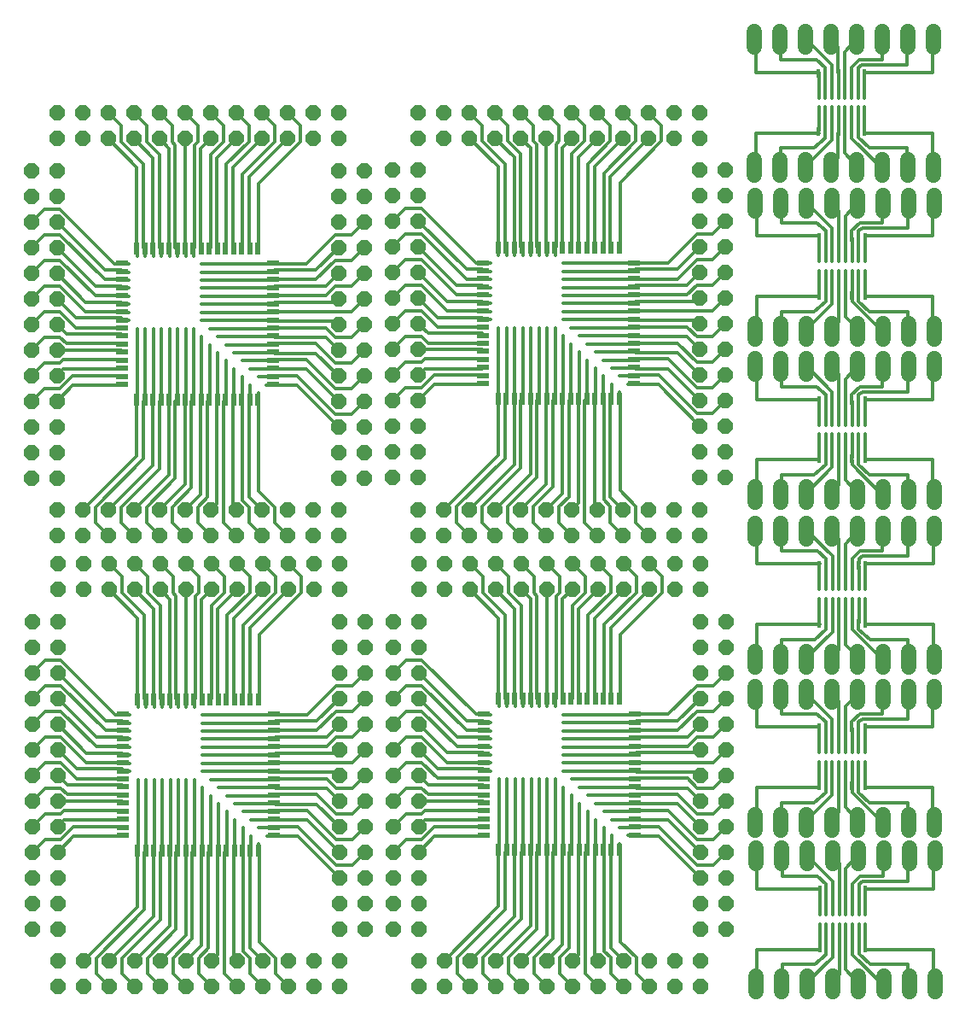
<source format=gbr>
G04 EAGLE Gerber X2 export*
%TF.Part,Single*%
%TF.FileFunction,Copper,L2,Bot,Mixed*%
%TF.FilePolarity,Positive*%
%TF.GenerationSoftware,Autodesk,EAGLE,8.7.0*%
%TF.CreationDate,2018-03-14T20:50:37Z*%
G75*
%MOMM*%
%FSLAX34Y34*%
%LPD*%
%AMOC8*
5,1,8,0,0,1.08239X$1,22.5*%
G01*
%ADD10P,1.649562X8X292.500000*%
%ADD11P,1.649562X8X22.500000*%
%ADD12R,1.270000X0.558800*%
%ADD13R,0.558800X1.270000*%
%ADD14C,1.524000*%
%ADD15R,0.350000X0.900000*%
%ADD16C,0.304800*%


D10*
X16256Y377444D03*
X16256Y352044D03*
X16256Y326644D03*
X16256Y301244D03*
X16256Y275844D03*
X16256Y250444D03*
X41656Y377444D03*
X41656Y352044D03*
X41656Y326644D03*
X41656Y301244D03*
X41656Y275844D03*
X41656Y250444D03*
X16256Y225044D03*
X41656Y225044D03*
X16256Y199644D03*
X16256Y174244D03*
X16256Y148844D03*
X16256Y123444D03*
X16256Y98044D03*
X16256Y72644D03*
X41656Y199644D03*
X41656Y174244D03*
X41656Y148844D03*
X41656Y123444D03*
X41656Y98044D03*
X41656Y72644D03*
X321056Y377444D03*
X321056Y352044D03*
X321056Y326644D03*
X321056Y301244D03*
X321056Y275844D03*
X321056Y250444D03*
X346456Y377444D03*
X346456Y352044D03*
X346456Y326644D03*
X346456Y301244D03*
X346456Y275844D03*
X346456Y250444D03*
X321056Y225044D03*
X346456Y225044D03*
X321056Y199644D03*
X321056Y174244D03*
X321056Y148844D03*
X321056Y123444D03*
X321056Y98044D03*
X321056Y72644D03*
X346456Y199644D03*
X346456Y174244D03*
X346456Y148844D03*
X346456Y123444D03*
X346456Y98044D03*
X346456Y72644D03*
D11*
X41656Y409194D03*
X67056Y409194D03*
X92456Y409194D03*
X117856Y409194D03*
X143256Y409194D03*
X168656Y409194D03*
X41656Y434594D03*
X67056Y434594D03*
X92456Y434594D03*
X117856Y434594D03*
X143256Y434594D03*
X168656Y434594D03*
X194056Y409194D03*
X219456Y409194D03*
X244856Y409194D03*
X270256Y409194D03*
X295656Y409194D03*
X321056Y409194D03*
X194056Y434594D03*
X219456Y434594D03*
X244856Y434594D03*
X270256Y434594D03*
X295656Y434594D03*
X321056Y434594D03*
X41656Y15494D03*
X67056Y15494D03*
X92456Y15494D03*
X117856Y15494D03*
X143256Y15494D03*
X168656Y15494D03*
X41656Y40894D03*
X67056Y40894D03*
X92456Y40894D03*
X117856Y40894D03*
X143256Y40894D03*
X168656Y40894D03*
X194056Y15494D03*
X219456Y15494D03*
X244856Y15494D03*
X270256Y15494D03*
X295656Y15494D03*
X321056Y15494D03*
X194056Y40894D03*
X219456Y40894D03*
X244856Y40894D03*
X270256Y40894D03*
X295656Y40894D03*
X321056Y40894D03*
D12*
X105970Y165600D03*
X105970Y173600D03*
X105970Y181600D03*
X105970Y189600D03*
X105970Y197600D03*
X105970Y205600D03*
X105970Y213600D03*
X105970Y221600D03*
X105970Y229600D03*
X105970Y237600D03*
X105970Y245600D03*
X105970Y253600D03*
X105970Y261600D03*
X105970Y269600D03*
X105970Y277600D03*
X105970Y285600D03*
D13*
X120896Y300526D03*
X128896Y300526D03*
X136896Y300526D03*
X144896Y300526D03*
X152896Y300526D03*
X160896Y300526D03*
X168896Y300526D03*
X176896Y300526D03*
X184896Y300526D03*
X192896Y300526D03*
X200896Y300526D03*
X208896Y300526D03*
X216896Y300526D03*
X224896Y300526D03*
X232896Y300526D03*
X240896Y300526D03*
D12*
X255822Y285600D03*
X255822Y277600D03*
X255822Y269600D03*
X255822Y261600D03*
X255822Y253600D03*
X255822Y245600D03*
X255822Y237600D03*
X255822Y229600D03*
X255822Y221600D03*
X255822Y213600D03*
X255822Y205600D03*
X255822Y197600D03*
X255822Y189600D03*
X255822Y181600D03*
X255822Y173600D03*
X255822Y165600D03*
D13*
X240896Y150674D03*
X232896Y150674D03*
X224896Y150674D03*
X216896Y150674D03*
X208896Y150674D03*
X200896Y150674D03*
X192896Y150674D03*
X184896Y150674D03*
X176896Y150674D03*
X168896Y150674D03*
X160896Y150674D03*
X152896Y150674D03*
X144896Y150674D03*
X136896Y150674D03*
X128896Y150674D03*
X120896Y150674D03*
D10*
X374396Y377698D03*
X374396Y352298D03*
X374396Y326898D03*
X374396Y301498D03*
X374396Y276098D03*
X374396Y250698D03*
X399796Y377698D03*
X399796Y352298D03*
X399796Y326898D03*
X399796Y301498D03*
X399796Y276098D03*
X399796Y250698D03*
X374396Y225298D03*
X399796Y225298D03*
X374396Y199898D03*
X374396Y174498D03*
X374396Y149098D03*
X374396Y123698D03*
X374396Y98298D03*
X374396Y72898D03*
X399796Y199898D03*
X399796Y174498D03*
X399796Y149098D03*
X399796Y123698D03*
X399796Y98298D03*
X399796Y72898D03*
X679196Y377698D03*
X679196Y352298D03*
X679196Y326898D03*
X679196Y301498D03*
X679196Y276098D03*
X679196Y250698D03*
X704596Y377698D03*
X704596Y352298D03*
X704596Y326898D03*
X704596Y301498D03*
X704596Y276098D03*
X704596Y250698D03*
X679196Y225298D03*
X704596Y225298D03*
X679196Y199898D03*
X679196Y174498D03*
X679196Y149098D03*
X679196Y123698D03*
X679196Y98298D03*
X679196Y72898D03*
X704596Y199898D03*
X704596Y174498D03*
X704596Y149098D03*
X704596Y123698D03*
X704596Y98298D03*
X704596Y72898D03*
D11*
X399796Y409448D03*
X425196Y409448D03*
X450596Y409448D03*
X475996Y409448D03*
X501396Y409448D03*
X526796Y409448D03*
X399796Y434848D03*
X425196Y434848D03*
X450596Y434848D03*
X475996Y434848D03*
X501396Y434848D03*
X526796Y434848D03*
X552196Y409448D03*
X577596Y409448D03*
X602996Y409448D03*
X628396Y409448D03*
X653796Y409448D03*
X679196Y409448D03*
X552196Y434848D03*
X577596Y434848D03*
X602996Y434848D03*
X628396Y434848D03*
X653796Y434848D03*
X679196Y434848D03*
X399796Y15748D03*
X425196Y15748D03*
X450596Y15748D03*
X475996Y15748D03*
X501396Y15748D03*
X526796Y15748D03*
X399796Y41148D03*
X425196Y41148D03*
X450596Y41148D03*
X475996Y41148D03*
X501396Y41148D03*
X526796Y41148D03*
X552196Y15748D03*
X577596Y15748D03*
X602996Y15748D03*
X628396Y15748D03*
X653796Y15748D03*
X679196Y15748D03*
X552196Y41148D03*
X577596Y41148D03*
X602996Y41148D03*
X628396Y41148D03*
X653796Y41148D03*
X679196Y41148D03*
D12*
X464110Y165854D03*
X464110Y173854D03*
X464110Y181854D03*
X464110Y189854D03*
X464110Y197854D03*
X464110Y205854D03*
X464110Y213854D03*
X464110Y221854D03*
X464110Y229854D03*
X464110Y237854D03*
X464110Y245854D03*
X464110Y253854D03*
X464110Y261854D03*
X464110Y269854D03*
X464110Y277854D03*
X464110Y285854D03*
D13*
X479036Y300780D03*
X487036Y300780D03*
X495036Y300780D03*
X503036Y300780D03*
X511036Y300780D03*
X519036Y300780D03*
X527036Y300780D03*
X535036Y300780D03*
X543036Y300780D03*
X551036Y300780D03*
X559036Y300780D03*
X567036Y300780D03*
X575036Y300780D03*
X583036Y300780D03*
X591036Y300780D03*
X599036Y300780D03*
D12*
X613962Y285854D03*
X613962Y277854D03*
X613962Y269854D03*
X613962Y261854D03*
X613962Y253854D03*
X613962Y245854D03*
X613962Y237854D03*
X613962Y229854D03*
X613962Y221854D03*
X613962Y213854D03*
X613962Y205854D03*
X613962Y197854D03*
X613962Y189854D03*
X613962Y181854D03*
X613962Y173854D03*
X613962Y165854D03*
D13*
X599036Y150928D03*
X591036Y150928D03*
X583036Y150928D03*
X575036Y150928D03*
X567036Y150928D03*
X559036Y150928D03*
X551036Y150928D03*
X543036Y150928D03*
X535036Y150928D03*
X527036Y150928D03*
X519036Y150928D03*
X511036Y150928D03*
X503036Y150928D03*
X495036Y150928D03*
X487036Y150928D03*
X479036Y150928D03*
D10*
X15494Y824484D03*
X15494Y799084D03*
X15494Y773684D03*
X15494Y748284D03*
X15494Y722884D03*
X15494Y697484D03*
X40894Y824484D03*
X40894Y799084D03*
X40894Y773684D03*
X40894Y748284D03*
X40894Y722884D03*
X40894Y697484D03*
X15494Y672084D03*
X40894Y672084D03*
X15494Y646684D03*
X15494Y621284D03*
X15494Y595884D03*
X15494Y570484D03*
X15494Y545084D03*
X15494Y519684D03*
X40894Y646684D03*
X40894Y621284D03*
X40894Y595884D03*
X40894Y570484D03*
X40894Y545084D03*
X40894Y519684D03*
X320294Y824484D03*
X320294Y799084D03*
X320294Y773684D03*
X320294Y748284D03*
X320294Y722884D03*
X320294Y697484D03*
X345694Y824484D03*
X345694Y799084D03*
X345694Y773684D03*
X345694Y748284D03*
X345694Y722884D03*
X345694Y697484D03*
X320294Y672084D03*
X345694Y672084D03*
X320294Y646684D03*
X320294Y621284D03*
X320294Y595884D03*
X320294Y570484D03*
X320294Y545084D03*
X320294Y519684D03*
X345694Y646684D03*
X345694Y621284D03*
X345694Y595884D03*
X345694Y570484D03*
X345694Y545084D03*
X345694Y519684D03*
D11*
X40894Y856234D03*
X66294Y856234D03*
X91694Y856234D03*
X117094Y856234D03*
X142494Y856234D03*
X167894Y856234D03*
X40894Y881634D03*
X66294Y881634D03*
X91694Y881634D03*
X117094Y881634D03*
X142494Y881634D03*
X167894Y881634D03*
X193294Y856234D03*
X218694Y856234D03*
X244094Y856234D03*
X269494Y856234D03*
X294894Y856234D03*
X320294Y856234D03*
X193294Y881634D03*
X218694Y881634D03*
X244094Y881634D03*
X269494Y881634D03*
X294894Y881634D03*
X320294Y881634D03*
X40894Y462534D03*
X66294Y462534D03*
X91694Y462534D03*
X117094Y462534D03*
X142494Y462534D03*
X167894Y462534D03*
X40894Y487934D03*
X66294Y487934D03*
X91694Y487934D03*
X117094Y487934D03*
X142494Y487934D03*
X167894Y487934D03*
X193294Y462534D03*
X218694Y462534D03*
X244094Y462534D03*
X269494Y462534D03*
X294894Y462534D03*
X320294Y462534D03*
X193294Y487934D03*
X218694Y487934D03*
X244094Y487934D03*
X269494Y487934D03*
X294894Y487934D03*
X320294Y487934D03*
D12*
X105208Y612640D03*
X105208Y620640D03*
X105208Y628640D03*
X105208Y636640D03*
X105208Y644640D03*
X105208Y652640D03*
X105208Y660640D03*
X105208Y668640D03*
X105208Y676640D03*
X105208Y684640D03*
X105208Y692640D03*
X105208Y700640D03*
X105208Y708640D03*
X105208Y716640D03*
X105208Y724640D03*
X105208Y732640D03*
D13*
X120134Y747566D03*
X128134Y747566D03*
X136134Y747566D03*
X144134Y747566D03*
X152134Y747566D03*
X160134Y747566D03*
X168134Y747566D03*
X176134Y747566D03*
X184134Y747566D03*
X192134Y747566D03*
X200134Y747566D03*
X208134Y747566D03*
X216134Y747566D03*
X224134Y747566D03*
X232134Y747566D03*
X240134Y747566D03*
D12*
X255060Y732640D03*
X255060Y724640D03*
X255060Y716640D03*
X255060Y708640D03*
X255060Y700640D03*
X255060Y692640D03*
X255060Y684640D03*
X255060Y676640D03*
X255060Y668640D03*
X255060Y660640D03*
X255060Y652640D03*
X255060Y644640D03*
X255060Y636640D03*
X255060Y628640D03*
X255060Y620640D03*
X255060Y612640D03*
D13*
X240134Y597714D03*
X232134Y597714D03*
X224134Y597714D03*
X216134Y597714D03*
X208134Y597714D03*
X200134Y597714D03*
X192134Y597714D03*
X184134Y597714D03*
X176134Y597714D03*
X168134Y597714D03*
X160134Y597714D03*
X152134Y597714D03*
X144134Y597714D03*
X136134Y597714D03*
X128134Y597714D03*
X120134Y597714D03*
D10*
X374142Y825246D03*
X374142Y799846D03*
X374142Y774446D03*
X374142Y749046D03*
X374142Y723646D03*
X374142Y698246D03*
X399542Y825246D03*
X399542Y799846D03*
X399542Y774446D03*
X399542Y749046D03*
X399542Y723646D03*
X399542Y698246D03*
X374142Y672846D03*
X399542Y672846D03*
X374142Y647446D03*
X374142Y622046D03*
X374142Y596646D03*
X374142Y571246D03*
X374142Y545846D03*
X374142Y520446D03*
X399542Y647446D03*
X399542Y622046D03*
X399542Y596646D03*
X399542Y571246D03*
X399542Y545846D03*
X399542Y520446D03*
X678942Y825246D03*
X678942Y799846D03*
X678942Y774446D03*
X678942Y749046D03*
X678942Y723646D03*
X678942Y698246D03*
X704342Y825246D03*
X704342Y799846D03*
X704342Y774446D03*
X704342Y749046D03*
X704342Y723646D03*
X704342Y698246D03*
X678942Y672846D03*
X704342Y672846D03*
X678942Y647446D03*
X678942Y622046D03*
X678942Y596646D03*
X678942Y571246D03*
X678942Y545846D03*
X678942Y520446D03*
X704342Y647446D03*
X704342Y622046D03*
X704342Y596646D03*
X704342Y571246D03*
X704342Y545846D03*
X704342Y520446D03*
D11*
X399542Y856996D03*
X424942Y856996D03*
X450342Y856996D03*
X475742Y856996D03*
X501142Y856996D03*
X526542Y856996D03*
X399542Y882396D03*
X424942Y882396D03*
X450342Y882396D03*
X475742Y882396D03*
X501142Y882396D03*
X526542Y882396D03*
X551942Y856996D03*
X577342Y856996D03*
X602742Y856996D03*
X628142Y856996D03*
X653542Y856996D03*
X678942Y856996D03*
X551942Y882396D03*
X577342Y882396D03*
X602742Y882396D03*
X628142Y882396D03*
X653542Y882396D03*
X678942Y882396D03*
X399542Y463296D03*
X424942Y463296D03*
X450342Y463296D03*
X475742Y463296D03*
X501142Y463296D03*
X526542Y463296D03*
X399542Y488696D03*
X424942Y488696D03*
X450342Y488696D03*
X475742Y488696D03*
X501142Y488696D03*
X526542Y488696D03*
X551942Y463296D03*
X577342Y463296D03*
X602742Y463296D03*
X628142Y463296D03*
X653542Y463296D03*
X678942Y463296D03*
X551942Y488696D03*
X577342Y488696D03*
X602742Y488696D03*
X628142Y488696D03*
X653542Y488696D03*
X678942Y488696D03*
D12*
X463856Y613402D03*
X463856Y621402D03*
X463856Y629402D03*
X463856Y637402D03*
X463856Y645402D03*
X463856Y653402D03*
X463856Y661402D03*
X463856Y669402D03*
X463856Y677402D03*
X463856Y685402D03*
X463856Y693402D03*
X463856Y701402D03*
X463856Y709402D03*
X463856Y717402D03*
X463856Y725402D03*
X463856Y733402D03*
D13*
X478782Y748328D03*
X486782Y748328D03*
X494782Y748328D03*
X502782Y748328D03*
X510782Y748328D03*
X518782Y748328D03*
X526782Y748328D03*
X534782Y748328D03*
X542782Y748328D03*
X550782Y748328D03*
X558782Y748328D03*
X566782Y748328D03*
X574782Y748328D03*
X582782Y748328D03*
X590782Y748328D03*
X598782Y748328D03*
D12*
X613708Y733402D03*
X613708Y725402D03*
X613708Y717402D03*
X613708Y709402D03*
X613708Y701402D03*
X613708Y693402D03*
X613708Y685402D03*
X613708Y677402D03*
X613708Y669402D03*
X613708Y661402D03*
X613708Y653402D03*
X613708Y645402D03*
X613708Y637402D03*
X613708Y629402D03*
X613708Y621402D03*
X613708Y613402D03*
D13*
X598782Y598476D03*
X590782Y598476D03*
X582782Y598476D03*
X574782Y598476D03*
X566782Y598476D03*
X558782Y598476D03*
X550782Y598476D03*
X542782Y598476D03*
X534782Y598476D03*
X526782Y598476D03*
X518782Y598476D03*
X510782Y598476D03*
X502782Y598476D03*
X494782Y598476D03*
X486782Y598476D03*
X478782Y598476D03*
D14*
X734158Y152620D02*
X734158Y137380D01*
X759558Y137380D02*
X759558Y152620D01*
X784958Y152620D02*
X784958Y137380D01*
X810358Y137380D02*
X810358Y152620D01*
X835758Y152620D02*
X835758Y137380D01*
X861158Y137380D02*
X861158Y152620D01*
X886558Y152620D02*
X886558Y137380D01*
X911958Y137380D02*
X911958Y152620D01*
X734158Y25640D02*
X734158Y10400D01*
X759558Y10400D02*
X759558Y25640D01*
X784958Y25640D02*
X784958Y10400D01*
X810358Y10400D02*
X810358Y25640D01*
X835758Y25640D02*
X835758Y10400D01*
X861158Y10400D02*
X861158Y25640D01*
X886558Y25640D02*
X886558Y10400D01*
X911958Y10400D02*
X911958Y25640D01*
D15*
X843308Y53750D03*
X836808Y53750D03*
X830308Y53750D03*
X823808Y53750D03*
X817308Y53750D03*
X810808Y53750D03*
X804308Y53750D03*
X797808Y53750D03*
X797808Y111250D03*
X804308Y111250D03*
X810808Y111250D03*
X817308Y111250D03*
X823808Y111250D03*
X830308Y111250D03*
X836808Y111250D03*
X843308Y111250D03*
D14*
X733650Y298162D02*
X733650Y313402D01*
X759050Y313402D02*
X759050Y298162D01*
X784450Y298162D02*
X784450Y313402D01*
X809850Y313402D02*
X809850Y298162D01*
X835250Y298162D02*
X835250Y313402D01*
X860650Y313402D02*
X860650Y298162D01*
X886050Y298162D02*
X886050Y313402D01*
X911450Y313402D02*
X911450Y298162D01*
X733650Y186422D02*
X733650Y171182D01*
X759050Y171182D02*
X759050Y186422D01*
X784450Y186422D02*
X784450Y171182D01*
X809850Y171182D02*
X809850Y186422D01*
X835250Y186422D02*
X835250Y171182D01*
X860650Y171182D02*
X860650Y186422D01*
X886050Y186422D02*
X886050Y171182D01*
X911450Y171182D02*
X911450Y186422D01*
D15*
X842800Y214532D03*
X836300Y214532D03*
X829800Y214532D03*
X823300Y214532D03*
X816800Y214532D03*
X810300Y214532D03*
X803800Y214532D03*
X797300Y214532D03*
X797300Y272032D03*
X803800Y272032D03*
X810300Y272032D03*
X816800Y272032D03*
X823300Y272032D03*
X829800Y272032D03*
X836300Y272032D03*
X842800Y272032D03*
D14*
X733904Y459706D02*
X733904Y474946D01*
X759304Y474946D02*
X759304Y459706D01*
X784704Y459706D02*
X784704Y474946D01*
X810104Y474946D02*
X810104Y459706D01*
X835504Y459706D02*
X835504Y474946D01*
X860904Y474946D02*
X860904Y459706D01*
X886304Y459706D02*
X886304Y474946D01*
X911704Y474946D02*
X911704Y459706D01*
X733904Y347966D02*
X733904Y332726D01*
X759304Y332726D02*
X759304Y347966D01*
X784704Y347966D02*
X784704Y332726D01*
X810104Y332726D02*
X810104Y347966D01*
X835504Y347966D02*
X835504Y332726D01*
X860904Y332726D02*
X860904Y347966D01*
X886304Y347966D02*
X886304Y332726D01*
X911704Y332726D02*
X911704Y347966D01*
D15*
X843054Y376076D03*
X836554Y376076D03*
X830054Y376076D03*
X823554Y376076D03*
X817054Y376076D03*
X810554Y376076D03*
X804054Y376076D03*
X797554Y376076D03*
X797554Y433576D03*
X804054Y433576D03*
X810554Y433576D03*
X817054Y433576D03*
X823554Y433576D03*
X830054Y433576D03*
X836554Y433576D03*
X843054Y433576D03*
D14*
X733650Y622774D02*
X733650Y638014D01*
X759050Y638014D02*
X759050Y622774D01*
X784450Y622774D02*
X784450Y638014D01*
X809850Y638014D02*
X809850Y622774D01*
X835250Y622774D02*
X835250Y638014D01*
X860650Y638014D02*
X860650Y622774D01*
X886050Y622774D02*
X886050Y638014D01*
X911450Y638014D02*
X911450Y622774D01*
X733650Y511034D02*
X733650Y495794D01*
X759050Y495794D02*
X759050Y511034D01*
X784450Y511034D02*
X784450Y495794D01*
X809850Y495794D02*
X809850Y511034D01*
X835250Y511034D02*
X835250Y495794D01*
X860650Y495794D02*
X860650Y511034D01*
X886050Y511034D02*
X886050Y495794D01*
X911450Y495794D02*
X911450Y511034D01*
D15*
X842800Y539144D03*
X836300Y539144D03*
X829800Y539144D03*
X823300Y539144D03*
X816800Y539144D03*
X810300Y539144D03*
X803800Y539144D03*
X797300Y539144D03*
X797300Y596644D03*
X803800Y596644D03*
X810300Y596644D03*
X816800Y596644D03*
X823300Y596644D03*
X829800Y596644D03*
X836300Y596644D03*
X842800Y596644D03*
D14*
X733650Y784826D02*
X733650Y800066D01*
X759050Y800066D02*
X759050Y784826D01*
X784450Y784826D02*
X784450Y800066D01*
X809850Y800066D02*
X809850Y784826D01*
X835250Y784826D02*
X835250Y800066D01*
X860650Y800066D02*
X860650Y784826D01*
X886050Y784826D02*
X886050Y800066D01*
X911450Y800066D02*
X911450Y784826D01*
X733650Y673086D02*
X733650Y657846D01*
X759050Y657846D02*
X759050Y673086D01*
X784450Y673086D02*
X784450Y657846D01*
X809850Y657846D02*
X809850Y673086D01*
X835250Y673086D02*
X835250Y657846D01*
X860650Y657846D02*
X860650Y673086D01*
X886050Y673086D02*
X886050Y657846D01*
X911450Y657846D02*
X911450Y673086D01*
D15*
X842800Y701196D03*
X836300Y701196D03*
X829800Y701196D03*
X823300Y701196D03*
X816800Y701196D03*
X810300Y701196D03*
X803800Y701196D03*
X797300Y701196D03*
X797300Y758696D03*
X803800Y758696D03*
X810300Y758696D03*
X816800Y758696D03*
X823300Y758696D03*
X829800Y758696D03*
X836300Y758696D03*
X842800Y758696D03*
D14*
X733142Y946878D02*
X733142Y962118D01*
X758542Y962118D02*
X758542Y946878D01*
X783942Y946878D02*
X783942Y962118D01*
X809342Y962118D02*
X809342Y946878D01*
X834742Y946878D02*
X834742Y962118D01*
X860142Y962118D02*
X860142Y946878D01*
X885542Y946878D02*
X885542Y962118D01*
X910942Y962118D02*
X910942Y946878D01*
X733142Y835138D02*
X733142Y819898D01*
X758542Y819898D02*
X758542Y835138D01*
X783942Y835138D02*
X783942Y819898D01*
X809342Y819898D02*
X809342Y835138D01*
X834742Y835138D02*
X834742Y819898D01*
X860142Y819898D02*
X860142Y835138D01*
X885542Y835138D02*
X885542Y819898D01*
X910942Y819898D02*
X910942Y835138D01*
D15*
X842292Y863248D03*
X835792Y863248D03*
X829292Y863248D03*
X822792Y863248D03*
X816292Y863248D03*
X809792Y863248D03*
X803292Y863248D03*
X796792Y863248D03*
X796792Y920748D03*
X803292Y920748D03*
X809792Y920748D03*
X816292Y920748D03*
X822792Y920748D03*
X829292Y920748D03*
X835792Y920748D03*
X842292Y920748D03*
D16*
X105156Y285369D02*
X98806Y285369D01*
X44831Y339344D01*
X28956Y339344D01*
X16256Y326644D01*
X105156Y285369D02*
X105970Y285600D01*
X105156Y279019D02*
X89281Y279019D01*
X41656Y326644D01*
X105156Y279019D02*
X105970Y277600D01*
X105156Y269494D02*
X89281Y269494D01*
X44831Y313944D01*
X28956Y313944D01*
X16256Y301244D01*
X105156Y269494D02*
X105970Y269600D01*
X105156Y263144D02*
X79756Y263144D01*
X41656Y301244D01*
X105156Y263144D02*
X105970Y261600D01*
X105156Y253619D02*
X79756Y253619D01*
X44831Y288544D01*
X28956Y288544D01*
X16256Y275844D01*
X105156Y253619D02*
X105970Y253600D01*
X105156Y247269D02*
X70231Y247269D01*
X41656Y275844D01*
X105156Y247269D02*
X105970Y245600D01*
X105156Y237744D02*
X70231Y237744D01*
X44831Y263144D01*
X28956Y263144D01*
X16256Y250444D01*
X105156Y237744D02*
X105970Y237600D01*
X105156Y231394D02*
X60706Y231394D01*
X41656Y250444D01*
X105156Y231394D02*
X105970Y229600D01*
X105156Y221869D02*
X60706Y221869D01*
X44831Y237744D01*
X28956Y237744D01*
X16256Y225044D01*
X105156Y221869D02*
X105970Y221600D01*
X105156Y164719D02*
X57531Y164719D01*
X41656Y148844D01*
X105156Y164719D02*
X105970Y165600D01*
X105156Y174244D02*
X57531Y174244D01*
X44831Y161544D01*
X28956Y161544D01*
X16256Y148844D01*
X105156Y174244D02*
X105970Y173600D01*
X105156Y180594D02*
X48006Y180594D01*
X41656Y174244D01*
X105156Y180594D02*
X105970Y181600D01*
X105156Y190119D02*
X48006Y190119D01*
X44831Y186944D01*
X28956Y186944D01*
X16256Y174244D01*
X105156Y190119D02*
X105970Y189600D01*
X105156Y199644D02*
X41656Y199644D01*
X105156Y199644D02*
X105970Y197600D01*
X105156Y205994D02*
X51181Y205994D01*
X44831Y212344D01*
X28956Y212344D01*
X16256Y199644D01*
X105156Y205994D02*
X105970Y205600D01*
X105156Y215519D02*
X51181Y215519D01*
X41656Y225044D01*
X105156Y215519D02*
X105970Y213600D01*
X121031Y148844D02*
X121031Y94869D01*
X67056Y40894D01*
X121031Y148844D02*
X120896Y150674D01*
X127381Y148844D02*
X127381Y91694D01*
X79756Y44069D01*
X79756Y28194D01*
X92456Y15494D01*
X127381Y148844D02*
X128896Y150674D01*
X136906Y148844D02*
X136906Y85344D01*
X92456Y40894D01*
X136906Y148844D02*
X136896Y150674D01*
X143256Y148844D02*
X143256Y82169D01*
X105156Y44069D01*
X105156Y28194D01*
X117856Y15494D01*
X143256Y148844D02*
X144896Y150674D01*
X152781Y148844D02*
X152781Y75819D01*
X117856Y40894D01*
X152781Y148844D02*
X152896Y150674D01*
X159131Y148844D02*
X159131Y72644D01*
X130556Y44069D01*
X130556Y28194D01*
X143256Y15494D01*
X159131Y148844D02*
X160896Y150674D01*
X168656Y148844D02*
X168656Y66294D01*
X143256Y40894D01*
X168656Y148844D02*
X168896Y150674D01*
X175006Y148844D02*
X175006Y63119D01*
X155956Y44069D01*
X155956Y28194D01*
X168656Y15494D01*
X175006Y148844D02*
X176896Y150674D01*
X184531Y148844D02*
X184531Y56769D01*
X168656Y40894D01*
X184531Y148844D02*
X184896Y150674D01*
X241681Y148844D02*
X241681Y59944D01*
X257556Y44069D01*
X257556Y28194D01*
X270256Y15494D01*
X241681Y148844D02*
X240896Y150674D01*
X232156Y148844D02*
X232156Y53594D01*
X244856Y40894D01*
X232156Y148844D02*
X232896Y150674D01*
X225806Y148844D02*
X225806Y50419D01*
X232156Y44069D01*
X232156Y28194D01*
X244856Y15494D01*
X225806Y148844D02*
X224896Y150674D01*
X216281Y148844D02*
X216281Y44069D01*
X219456Y40894D01*
X216281Y148844D02*
X216896Y150674D01*
X206756Y148844D02*
X206756Y28194D01*
X219456Y15494D01*
X206756Y148844D02*
X208896Y150674D01*
X200406Y148844D02*
X200406Y47244D01*
X194056Y40894D01*
X200406Y148844D02*
X200896Y150674D01*
X190881Y148844D02*
X190881Y53594D01*
X181356Y44069D01*
X181356Y28194D01*
X194056Y15494D01*
X190881Y148844D02*
X192896Y150674D01*
X257556Y221869D02*
X308356Y221869D01*
X317881Y212344D01*
X333756Y212344D01*
X346456Y225044D01*
X257556Y221869D02*
X255822Y221600D01*
X257556Y212344D02*
X308356Y212344D01*
X321056Y199644D01*
X257556Y212344D02*
X255822Y213600D01*
X257556Y205994D02*
X298831Y205994D01*
X317881Y186944D01*
X333756Y186944D01*
X346456Y199644D01*
X257556Y205994D02*
X255822Y205600D01*
X257556Y196469D02*
X298831Y196469D01*
X321056Y174244D01*
X257556Y196469D02*
X255822Y197600D01*
X257556Y190119D02*
X289306Y190119D01*
X317881Y161544D01*
X333756Y161544D01*
X346456Y174244D01*
X257556Y190119D02*
X255822Y189600D01*
X257556Y180594D02*
X289306Y180594D01*
X321056Y148844D01*
X257556Y180594D02*
X255822Y181600D01*
X257556Y174244D02*
X279781Y174244D01*
X317881Y136144D01*
X333756Y136144D01*
X346456Y148844D01*
X257556Y174244D02*
X255822Y173600D01*
X257556Y164719D02*
X279781Y164719D01*
X321056Y123444D01*
X257556Y164719D02*
X255822Y165600D01*
X257556Y228219D02*
X317881Y228219D01*
X321056Y225044D01*
X257556Y228219D02*
X255822Y229600D01*
X257556Y237744D02*
X333756Y237744D01*
X346456Y250444D01*
X257556Y237744D02*
X255822Y237600D01*
X257556Y247269D02*
X317881Y247269D01*
X321056Y250444D01*
X257556Y247269D02*
X255822Y245600D01*
X257556Y253619D02*
X308356Y253619D01*
X317881Y263144D01*
X333756Y263144D01*
X346456Y275844D01*
X257556Y253619D02*
X255822Y253600D01*
X257556Y263144D02*
X308356Y263144D01*
X321056Y275844D01*
X257556Y263144D02*
X255822Y261600D01*
X257556Y269494D02*
X298831Y269494D01*
X317881Y288544D01*
X333756Y288544D01*
X346456Y301244D01*
X257556Y269494D02*
X255822Y269600D01*
X257556Y279019D02*
X298831Y279019D01*
X321056Y301244D01*
X257556Y279019D02*
X255822Y277600D01*
X257556Y285369D02*
X289306Y285369D01*
X317881Y313944D01*
X333756Y313944D01*
X346456Y326644D01*
X257556Y285369D02*
X255822Y285600D01*
X121031Y301244D02*
X121031Y380619D01*
X92456Y409194D01*
X121031Y301244D02*
X120896Y300526D01*
X127381Y301244D02*
X127381Y383794D01*
X105156Y406019D01*
X105156Y421894D01*
X92456Y434594D01*
X127381Y301244D02*
X128896Y300526D01*
X136906Y301244D02*
X136906Y390144D01*
X117856Y409194D01*
X136906Y301244D02*
X136896Y300526D01*
X143256Y301244D02*
X143256Y393319D01*
X130556Y406019D01*
X130556Y421894D01*
X117856Y434594D01*
X143256Y301244D02*
X144896Y300526D01*
X152781Y301244D02*
X152781Y399669D01*
X143256Y409194D01*
X152781Y301244D02*
X152896Y300526D01*
X159131Y301244D02*
X159131Y402844D01*
X155956Y406019D01*
X155956Y421894D01*
X143256Y434594D01*
X159131Y301244D02*
X160896Y300526D01*
X168656Y301244D02*
X168656Y409194D01*
X168656Y301244D02*
X168896Y300526D01*
X178181Y301244D02*
X178181Y402844D01*
X181356Y406019D01*
X181356Y421894D01*
X168656Y434594D01*
X178181Y301244D02*
X176896Y300526D01*
X241681Y301244D02*
X241681Y364744D01*
X282956Y406019D01*
X282956Y421894D01*
X270256Y434594D01*
X241681Y301244D02*
X240896Y300526D01*
X232156Y301244D02*
X232156Y371094D01*
X270256Y409194D01*
X232156Y301244D02*
X232896Y300526D01*
X225806Y301244D02*
X225806Y374269D01*
X257556Y406019D01*
X257556Y421894D01*
X244856Y434594D01*
X225806Y301244D02*
X224896Y300526D01*
X216281Y301244D02*
X216281Y380619D01*
X244856Y409194D01*
X216281Y301244D02*
X216896Y300526D01*
X209931Y301244D02*
X209931Y383794D01*
X232156Y406019D01*
X232156Y421894D01*
X219456Y434594D01*
X209931Y301244D02*
X208896Y300526D01*
X200406Y301244D02*
X200406Y390144D01*
X219456Y409194D01*
X200406Y301244D02*
X200896Y300526D01*
X194056Y301244D02*
X194056Y393319D01*
X206756Y406019D01*
X206756Y421894D01*
X194056Y434594D01*
X194056Y301244D02*
X192896Y300526D01*
X184531Y301244D02*
X184531Y399669D01*
X194056Y409194D01*
X184531Y301244D02*
X184896Y300526D01*
X121356Y221044D02*
X121356Y149044D01*
X129356Y149044D02*
X129356Y221044D01*
X137356Y221044D02*
X137356Y153044D01*
X145356Y149044D02*
X145356Y221044D01*
X153356Y221044D02*
X153356Y149044D01*
X161356Y149044D02*
X161356Y221044D01*
X169356Y221044D02*
X169356Y153044D01*
X177356Y149044D02*
X177356Y221044D01*
X185356Y213044D02*
X185356Y149044D01*
X193356Y149044D02*
X193356Y205044D01*
X201356Y197044D02*
X201356Y149044D01*
X209356Y153044D02*
X209356Y189044D01*
X217356Y181044D02*
X217356Y149044D01*
X225356Y149044D02*
X225356Y173044D01*
X233356Y165044D02*
X233356Y153044D01*
X241356Y153044D02*
X241356Y157044D01*
X257356Y285044D02*
X185356Y285044D01*
X185356Y277044D02*
X257356Y277044D01*
X257356Y269044D02*
X185356Y269044D01*
X185356Y261044D02*
X257356Y261044D01*
X257356Y253044D02*
X185356Y253044D01*
X185356Y245044D02*
X257356Y245044D01*
X257356Y237044D02*
X185356Y237044D01*
X185356Y229044D02*
X257356Y229044D01*
X257356Y221044D02*
X193356Y221044D01*
X201356Y213044D02*
X257356Y213044D01*
X253356Y205044D02*
X209356Y205044D01*
X217356Y197044D02*
X257356Y197044D01*
X257356Y189044D02*
X225356Y189044D01*
X233356Y181044D02*
X257356Y181044D01*
X257356Y173044D02*
X241356Y173044D01*
X249356Y165044D02*
X257356Y165044D01*
X113356Y229044D02*
X105356Y229044D01*
X105356Y237044D02*
X113356Y237044D01*
X113356Y245044D02*
X105356Y245044D01*
X105356Y253044D02*
X113356Y253044D01*
X113356Y261044D02*
X105356Y261044D01*
X105356Y269044D02*
X113356Y269044D01*
X113356Y277044D02*
X105356Y277044D01*
X105356Y285044D02*
X113356Y285044D01*
X121356Y293044D02*
X121356Y301044D01*
X129356Y301044D02*
X129356Y293044D01*
X137356Y293044D02*
X137356Y301044D01*
X145356Y301044D02*
X145356Y293044D01*
X153356Y293044D02*
X153356Y297044D01*
X161356Y297044D02*
X161356Y293044D01*
X169356Y293044D02*
X169356Y301044D01*
X177356Y301044D02*
X177356Y293044D01*
X456946Y285623D02*
X463296Y285623D01*
X456946Y285623D02*
X402971Y339598D01*
X387096Y339598D01*
X374396Y326898D01*
X463296Y285623D02*
X464110Y285854D01*
X463296Y279273D02*
X447421Y279273D01*
X399796Y326898D01*
X463296Y279273D02*
X464110Y277854D01*
X463296Y269748D02*
X447421Y269748D01*
X402971Y314198D01*
X387096Y314198D01*
X374396Y301498D01*
X463296Y269748D02*
X464110Y269854D01*
X463296Y263398D02*
X437896Y263398D01*
X399796Y301498D01*
X463296Y263398D02*
X464110Y261854D01*
X463296Y253873D02*
X437896Y253873D01*
X402971Y288798D01*
X387096Y288798D01*
X374396Y276098D01*
X463296Y253873D02*
X464110Y253854D01*
X463296Y247523D02*
X428371Y247523D01*
X399796Y276098D01*
X463296Y247523D02*
X464110Y245854D01*
X463296Y237998D02*
X428371Y237998D01*
X402971Y263398D01*
X387096Y263398D01*
X374396Y250698D01*
X463296Y237998D02*
X464110Y237854D01*
X463296Y231648D02*
X418846Y231648D01*
X399796Y250698D01*
X463296Y231648D02*
X464110Y229854D01*
X463296Y222123D02*
X418846Y222123D01*
X402971Y237998D01*
X387096Y237998D01*
X374396Y225298D01*
X463296Y222123D02*
X464110Y221854D01*
X463296Y164973D02*
X415671Y164973D01*
X399796Y149098D01*
X463296Y164973D02*
X464110Y165854D01*
X463296Y174498D02*
X415671Y174498D01*
X402971Y161798D01*
X387096Y161798D01*
X374396Y149098D01*
X463296Y174498D02*
X464110Y173854D01*
X463296Y180848D02*
X406146Y180848D01*
X399796Y174498D01*
X463296Y180848D02*
X464110Y181854D01*
X463296Y190373D02*
X406146Y190373D01*
X402971Y187198D01*
X387096Y187198D01*
X374396Y174498D01*
X463296Y190373D02*
X464110Y189854D01*
X463296Y199898D02*
X399796Y199898D01*
X463296Y199898D02*
X464110Y197854D01*
X463296Y206248D02*
X409321Y206248D01*
X402971Y212598D01*
X387096Y212598D01*
X374396Y199898D01*
X463296Y206248D02*
X464110Y205854D01*
X463296Y215773D02*
X409321Y215773D01*
X399796Y225298D01*
X463296Y215773D02*
X464110Y213854D01*
X479171Y149098D02*
X479171Y95123D01*
X425196Y41148D01*
X479171Y149098D02*
X479036Y150928D01*
X485521Y149098D02*
X485521Y91948D01*
X437896Y44323D01*
X437896Y28448D01*
X450596Y15748D01*
X485521Y149098D02*
X487036Y150928D01*
X495046Y149098D02*
X495046Y85598D01*
X450596Y41148D01*
X495046Y149098D02*
X495036Y150928D01*
X501396Y149098D02*
X501396Y82423D01*
X463296Y44323D01*
X463296Y28448D01*
X475996Y15748D01*
X501396Y149098D02*
X503036Y150928D01*
X510921Y149098D02*
X510921Y76073D01*
X475996Y41148D01*
X510921Y149098D02*
X511036Y150928D01*
X517271Y149098D02*
X517271Y72898D01*
X488696Y44323D01*
X488696Y28448D01*
X501396Y15748D01*
X517271Y149098D02*
X519036Y150928D01*
X526796Y149098D02*
X526796Y66548D01*
X501396Y41148D01*
X526796Y149098D02*
X527036Y150928D01*
X533146Y149098D02*
X533146Y63373D01*
X514096Y44323D01*
X514096Y28448D01*
X526796Y15748D01*
X533146Y149098D02*
X535036Y150928D01*
X542671Y149098D02*
X542671Y57023D01*
X526796Y41148D01*
X542671Y149098D02*
X543036Y150928D01*
X599821Y149098D02*
X599821Y60198D01*
X615696Y44323D01*
X615696Y28448D01*
X628396Y15748D01*
X599821Y149098D02*
X599036Y150928D01*
X590296Y149098D02*
X590296Y53848D01*
X602996Y41148D01*
X590296Y149098D02*
X591036Y150928D01*
X583946Y149098D02*
X583946Y50673D01*
X590296Y44323D01*
X590296Y28448D01*
X602996Y15748D01*
X583946Y149098D02*
X583036Y150928D01*
X574421Y149098D02*
X574421Y44323D01*
X577596Y41148D01*
X574421Y149098D02*
X575036Y150928D01*
X564896Y149098D02*
X564896Y28448D01*
X577596Y15748D01*
X564896Y149098D02*
X567036Y150928D01*
X558546Y149098D02*
X558546Y47498D01*
X552196Y41148D01*
X558546Y149098D02*
X559036Y150928D01*
X549021Y149098D02*
X549021Y53848D01*
X539496Y44323D01*
X539496Y28448D01*
X552196Y15748D01*
X549021Y149098D02*
X551036Y150928D01*
X615696Y222123D02*
X666496Y222123D01*
X676021Y212598D01*
X691896Y212598D01*
X704596Y225298D01*
X615696Y222123D02*
X613962Y221854D01*
X615696Y212598D02*
X666496Y212598D01*
X679196Y199898D01*
X615696Y212598D02*
X613962Y213854D01*
X615696Y206248D02*
X656971Y206248D01*
X676021Y187198D01*
X691896Y187198D01*
X704596Y199898D01*
X615696Y206248D02*
X613962Y205854D01*
X615696Y196723D02*
X656971Y196723D01*
X679196Y174498D01*
X615696Y196723D02*
X613962Y197854D01*
X615696Y190373D02*
X647446Y190373D01*
X676021Y161798D01*
X691896Y161798D01*
X704596Y174498D01*
X615696Y190373D02*
X613962Y189854D01*
X615696Y180848D02*
X647446Y180848D01*
X679196Y149098D01*
X615696Y180848D02*
X613962Y181854D01*
X615696Y174498D02*
X637921Y174498D01*
X676021Y136398D01*
X691896Y136398D01*
X704596Y149098D01*
X615696Y174498D02*
X613962Y173854D01*
X615696Y164973D02*
X637921Y164973D01*
X679196Y123698D01*
X615696Y164973D02*
X613962Y165854D01*
X615696Y228473D02*
X676021Y228473D01*
X679196Y225298D01*
X615696Y228473D02*
X613962Y229854D01*
X615696Y237998D02*
X691896Y237998D01*
X704596Y250698D01*
X615696Y237998D02*
X613962Y237854D01*
X615696Y247523D02*
X676021Y247523D01*
X679196Y250698D01*
X615696Y247523D02*
X613962Y245854D01*
X615696Y253873D02*
X666496Y253873D01*
X676021Y263398D01*
X691896Y263398D01*
X704596Y276098D01*
X615696Y253873D02*
X613962Y253854D01*
X615696Y263398D02*
X666496Y263398D01*
X679196Y276098D01*
X615696Y263398D02*
X613962Y261854D01*
X615696Y269748D02*
X656971Y269748D01*
X676021Y288798D01*
X691896Y288798D01*
X704596Y301498D01*
X615696Y269748D02*
X613962Y269854D01*
X615696Y279273D02*
X656971Y279273D01*
X679196Y301498D01*
X615696Y279273D02*
X613962Y277854D01*
X615696Y285623D02*
X647446Y285623D01*
X676021Y314198D01*
X691896Y314198D01*
X704596Y326898D01*
X615696Y285623D02*
X613962Y285854D01*
X479171Y301498D02*
X479171Y380873D01*
X450596Y409448D01*
X479171Y301498D02*
X479036Y300780D01*
X485521Y301498D02*
X485521Y384048D01*
X463296Y406273D01*
X463296Y422148D01*
X450596Y434848D01*
X485521Y301498D02*
X487036Y300780D01*
X495046Y301498D02*
X495046Y390398D01*
X475996Y409448D01*
X495046Y301498D02*
X495036Y300780D01*
X501396Y301498D02*
X501396Y393573D01*
X488696Y406273D01*
X488696Y422148D01*
X475996Y434848D01*
X501396Y301498D02*
X503036Y300780D01*
X510921Y301498D02*
X510921Y399923D01*
X501396Y409448D01*
X510921Y301498D02*
X511036Y300780D01*
X517271Y301498D02*
X517271Y403098D01*
X514096Y406273D01*
X514096Y422148D01*
X501396Y434848D01*
X517271Y301498D02*
X519036Y300780D01*
X526796Y301498D02*
X526796Y409448D01*
X526796Y301498D02*
X527036Y300780D01*
X536321Y301498D02*
X536321Y403098D01*
X539496Y406273D01*
X539496Y422148D01*
X526796Y434848D01*
X536321Y301498D02*
X535036Y300780D01*
X599821Y301498D02*
X599821Y364998D01*
X641096Y406273D01*
X641096Y422148D01*
X628396Y434848D01*
X599821Y301498D02*
X599036Y300780D01*
X590296Y301498D02*
X590296Y371348D01*
X628396Y409448D01*
X590296Y301498D02*
X591036Y300780D01*
X583946Y301498D02*
X583946Y374523D01*
X615696Y406273D01*
X615696Y422148D01*
X602996Y434848D01*
X583946Y301498D02*
X583036Y300780D01*
X574421Y301498D02*
X574421Y380873D01*
X602996Y409448D01*
X574421Y301498D02*
X575036Y300780D01*
X568071Y301498D02*
X568071Y384048D01*
X590296Y406273D01*
X590296Y422148D01*
X577596Y434848D01*
X568071Y301498D02*
X567036Y300780D01*
X558546Y301498D02*
X558546Y390398D01*
X577596Y409448D01*
X558546Y301498D02*
X559036Y300780D01*
X552196Y301498D02*
X552196Y393573D01*
X564896Y406273D01*
X564896Y422148D01*
X552196Y434848D01*
X552196Y301498D02*
X551036Y300780D01*
X542671Y301498D02*
X542671Y399923D01*
X552196Y409448D01*
X542671Y301498D02*
X543036Y300780D01*
X479496Y221298D02*
X479496Y149298D01*
X487496Y149298D02*
X487496Y221298D01*
X495496Y221298D02*
X495496Y153298D01*
X503496Y149298D02*
X503496Y221298D01*
X511496Y221298D02*
X511496Y149298D01*
X519496Y149298D02*
X519496Y221298D01*
X527496Y221298D02*
X527496Y153298D01*
X535496Y149298D02*
X535496Y221298D01*
X543496Y213298D02*
X543496Y149298D01*
X551496Y149298D02*
X551496Y205298D01*
X559496Y197298D02*
X559496Y149298D01*
X567496Y153298D02*
X567496Y189298D01*
X575496Y181298D02*
X575496Y149298D01*
X583496Y149298D02*
X583496Y173298D01*
X591496Y165298D02*
X591496Y153298D01*
X599496Y153298D02*
X599496Y157298D01*
X615496Y285298D02*
X543496Y285298D01*
X543496Y277298D02*
X615496Y277298D01*
X615496Y269298D02*
X543496Y269298D01*
X543496Y261298D02*
X615496Y261298D01*
X615496Y253298D02*
X543496Y253298D01*
X543496Y245298D02*
X615496Y245298D01*
X615496Y237298D02*
X543496Y237298D01*
X543496Y229298D02*
X615496Y229298D01*
X615496Y221298D02*
X551496Y221298D01*
X559496Y213298D02*
X615496Y213298D01*
X611496Y205298D02*
X567496Y205298D01*
X575496Y197298D02*
X615496Y197298D01*
X615496Y189298D02*
X583496Y189298D01*
X591496Y181298D02*
X615496Y181298D01*
X615496Y173298D02*
X599496Y173298D01*
X607496Y165298D02*
X615496Y165298D01*
X471496Y229298D02*
X463496Y229298D01*
X463496Y237298D02*
X471496Y237298D01*
X471496Y245298D02*
X463496Y245298D01*
X463496Y253298D02*
X471496Y253298D01*
X471496Y261298D02*
X463496Y261298D01*
X463496Y269298D02*
X471496Y269298D01*
X471496Y277298D02*
X463496Y277298D01*
X463496Y285298D02*
X471496Y285298D01*
X479496Y293298D02*
X479496Y301298D01*
X487496Y301298D02*
X487496Y293298D01*
X495496Y293298D02*
X495496Y301298D01*
X503496Y301298D02*
X503496Y293298D01*
X511496Y293298D02*
X511496Y297298D01*
X519496Y297298D02*
X519496Y293298D01*
X527496Y293298D02*
X527496Y301298D01*
X535496Y301298D02*
X535496Y293298D01*
X104394Y732409D02*
X98044Y732409D01*
X44069Y786384D01*
X28194Y786384D01*
X15494Y773684D01*
X104394Y732409D02*
X105208Y732640D01*
X104394Y726059D02*
X88519Y726059D01*
X40894Y773684D01*
X104394Y726059D02*
X105208Y724640D01*
X104394Y716534D02*
X88519Y716534D01*
X44069Y760984D01*
X28194Y760984D01*
X15494Y748284D01*
X104394Y716534D02*
X105208Y716640D01*
X104394Y710184D02*
X78994Y710184D01*
X40894Y748284D01*
X104394Y710184D02*
X105208Y708640D01*
X104394Y700659D02*
X78994Y700659D01*
X44069Y735584D01*
X28194Y735584D01*
X15494Y722884D01*
X104394Y700659D02*
X105208Y700640D01*
X104394Y694309D02*
X69469Y694309D01*
X40894Y722884D01*
X104394Y694309D02*
X105208Y692640D01*
X104394Y684784D02*
X69469Y684784D01*
X44069Y710184D01*
X28194Y710184D01*
X15494Y697484D01*
X104394Y684784D02*
X105208Y684640D01*
X104394Y678434D02*
X59944Y678434D01*
X40894Y697484D01*
X104394Y678434D02*
X105208Y676640D01*
X104394Y668909D02*
X59944Y668909D01*
X44069Y684784D01*
X28194Y684784D01*
X15494Y672084D01*
X104394Y668909D02*
X105208Y668640D01*
X104394Y611759D02*
X56769Y611759D01*
X40894Y595884D01*
X104394Y611759D02*
X105208Y612640D01*
X104394Y621284D02*
X56769Y621284D01*
X44069Y608584D01*
X28194Y608584D01*
X15494Y595884D01*
X104394Y621284D02*
X105208Y620640D01*
X104394Y627634D02*
X47244Y627634D01*
X40894Y621284D01*
X104394Y627634D02*
X105208Y628640D01*
X104394Y637159D02*
X47244Y637159D01*
X44069Y633984D01*
X28194Y633984D01*
X15494Y621284D01*
X104394Y637159D02*
X105208Y636640D01*
X104394Y646684D02*
X40894Y646684D01*
X104394Y646684D02*
X105208Y644640D01*
X104394Y653034D02*
X50419Y653034D01*
X44069Y659384D01*
X28194Y659384D01*
X15494Y646684D01*
X104394Y653034D02*
X105208Y652640D01*
X104394Y662559D02*
X50419Y662559D01*
X40894Y672084D01*
X104394Y662559D02*
X105208Y660640D01*
X120269Y595884D02*
X120269Y541909D01*
X66294Y487934D01*
X120269Y595884D02*
X120134Y597714D01*
X126619Y595884D02*
X126619Y538734D01*
X78994Y491109D01*
X78994Y475234D01*
X91694Y462534D01*
X126619Y595884D02*
X128134Y597714D01*
X136144Y595884D02*
X136144Y532384D01*
X91694Y487934D01*
X136144Y595884D02*
X136134Y597714D01*
X142494Y595884D02*
X142494Y529209D01*
X104394Y491109D01*
X104394Y475234D01*
X117094Y462534D01*
X142494Y595884D02*
X144134Y597714D01*
X152019Y595884D02*
X152019Y522859D01*
X117094Y487934D01*
X152019Y595884D02*
X152134Y597714D01*
X158369Y595884D02*
X158369Y519684D01*
X129794Y491109D01*
X129794Y475234D01*
X142494Y462534D01*
X158369Y595884D02*
X160134Y597714D01*
X167894Y595884D02*
X167894Y513334D01*
X142494Y487934D01*
X167894Y595884D02*
X168134Y597714D01*
X174244Y595884D02*
X174244Y510159D01*
X155194Y491109D01*
X155194Y475234D01*
X167894Y462534D01*
X174244Y595884D02*
X176134Y597714D01*
X183769Y595884D02*
X183769Y503809D01*
X167894Y487934D01*
X183769Y595884D02*
X184134Y597714D01*
X240919Y595884D02*
X240919Y506984D01*
X256794Y491109D01*
X256794Y475234D01*
X269494Y462534D01*
X240919Y595884D02*
X240134Y597714D01*
X231394Y595884D02*
X231394Y500634D01*
X244094Y487934D01*
X231394Y595884D02*
X232134Y597714D01*
X225044Y595884D02*
X225044Y497459D01*
X231394Y491109D01*
X231394Y475234D01*
X244094Y462534D01*
X225044Y595884D02*
X224134Y597714D01*
X215519Y595884D02*
X215519Y491109D01*
X218694Y487934D01*
X215519Y595884D02*
X216134Y597714D01*
X205994Y595884D02*
X205994Y475234D01*
X218694Y462534D01*
X205994Y595884D02*
X208134Y597714D01*
X199644Y595884D02*
X199644Y494284D01*
X193294Y487934D01*
X199644Y595884D02*
X200134Y597714D01*
X190119Y595884D02*
X190119Y500634D01*
X180594Y491109D01*
X180594Y475234D01*
X193294Y462534D01*
X190119Y595884D02*
X192134Y597714D01*
X256794Y668909D02*
X307594Y668909D01*
X317119Y659384D01*
X332994Y659384D01*
X345694Y672084D01*
X256794Y668909D02*
X255060Y668640D01*
X256794Y659384D02*
X307594Y659384D01*
X320294Y646684D01*
X256794Y659384D02*
X255060Y660640D01*
X256794Y653034D02*
X298069Y653034D01*
X317119Y633984D01*
X332994Y633984D01*
X345694Y646684D01*
X256794Y653034D02*
X255060Y652640D01*
X256794Y643509D02*
X298069Y643509D01*
X320294Y621284D01*
X256794Y643509D02*
X255060Y644640D01*
X256794Y637159D02*
X288544Y637159D01*
X317119Y608584D01*
X332994Y608584D01*
X345694Y621284D01*
X256794Y637159D02*
X255060Y636640D01*
X256794Y627634D02*
X288544Y627634D01*
X320294Y595884D01*
X256794Y627634D02*
X255060Y628640D01*
X256794Y621284D02*
X279019Y621284D01*
X317119Y583184D01*
X332994Y583184D01*
X345694Y595884D01*
X256794Y621284D02*
X255060Y620640D01*
X256794Y611759D02*
X279019Y611759D01*
X320294Y570484D01*
X256794Y611759D02*
X255060Y612640D01*
X256794Y675259D02*
X317119Y675259D01*
X320294Y672084D01*
X256794Y675259D02*
X255060Y676640D01*
X256794Y684784D02*
X332994Y684784D01*
X345694Y697484D01*
X256794Y684784D02*
X255060Y684640D01*
X256794Y694309D02*
X317119Y694309D01*
X320294Y697484D01*
X256794Y694309D02*
X255060Y692640D01*
X256794Y700659D02*
X307594Y700659D01*
X317119Y710184D01*
X332994Y710184D01*
X345694Y722884D01*
X256794Y700659D02*
X255060Y700640D01*
X256794Y710184D02*
X307594Y710184D01*
X320294Y722884D01*
X256794Y710184D02*
X255060Y708640D01*
X256794Y716534D02*
X298069Y716534D01*
X317119Y735584D01*
X332994Y735584D01*
X345694Y748284D01*
X256794Y716534D02*
X255060Y716640D01*
X256794Y726059D02*
X298069Y726059D01*
X320294Y748284D01*
X256794Y726059D02*
X255060Y724640D01*
X256794Y732409D02*
X288544Y732409D01*
X317119Y760984D01*
X332994Y760984D01*
X345694Y773684D01*
X256794Y732409D02*
X255060Y732640D01*
X120269Y748284D02*
X120269Y827659D01*
X91694Y856234D01*
X120269Y748284D02*
X120134Y747566D01*
X126619Y748284D02*
X126619Y830834D01*
X104394Y853059D01*
X104394Y868934D01*
X91694Y881634D01*
X126619Y748284D02*
X128134Y747566D01*
X136144Y748284D02*
X136144Y837184D01*
X117094Y856234D01*
X136144Y748284D02*
X136134Y747566D01*
X142494Y748284D02*
X142494Y840359D01*
X129794Y853059D01*
X129794Y868934D01*
X117094Y881634D01*
X142494Y748284D02*
X144134Y747566D01*
X152019Y748284D02*
X152019Y846709D01*
X142494Y856234D01*
X152019Y748284D02*
X152134Y747566D01*
X158369Y748284D02*
X158369Y849884D01*
X155194Y853059D01*
X155194Y868934D01*
X142494Y881634D01*
X158369Y748284D02*
X160134Y747566D01*
X167894Y748284D02*
X167894Y856234D01*
X167894Y748284D02*
X168134Y747566D01*
X177419Y748284D02*
X177419Y849884D01*
X180594Y853059D01*
X180594Y868934D01*
X167894Y881634D01*
X177419Y748284D02*
X176134Y747566D01*
X240919Y748284D02*
X240919Y811784D01*
X282194Y853059D01*
X282194Y868934D01*
X269494Y881634D01*
X240919Y748284D02*
X240134Y747566D01*
X231394Y748284D02*
X231394Y818134D01*
X269494Y856234D01*
X231394Y748284D02*
X232134Y747566D01*
X225044Y748284D02*
X225044Y821309D01*
X256794Y853059D01*
X256794Y868934D01*
X244094Y881634D01*
X225044Y748284D02*
X224134Y747566D01*
X215519Y748284D02*
X215519Y827659D01*
X244094Y856234D01*
X215519Y748284D02*
X216134Y747566D01*
X209169Y748284D02*
X209169Y830834D01*
X231394Y853059D01*
X231394Y868934D01*
X218694Y881634D01*
X209169Y748284D02*
X208134Y747566D01*
X199644Y748284D02*
X199644Y837184D01*
X218694Y856234D01*
X199644Y748284D02*
X200134Y747566D01*
X193294Y748284D02*
X193294Y840359D01*
X205994Y853059D01*
X205994Y868934D01*
X193294Y881634D01*
X193294Y748284D02*
X192134Y747566D01*
X183769Y748284D02*
X183769Y846709D01*
X193294Y856234D01*
X183769Y748284D02*
X184134Y747566D01*
X120594Y668084D02*
X120594Y596084D01*
X128594Y596084D02*
X128594Y668084D01*
X136594Y668084D02*
X136594Y600084D01*
X144594Y596084D02*
X144594Y668084D01*
X152594Y668084D02*
X152594Y596084D01*
X160594Y596084D02*
X160594Y668084D01*
X168594Y668084D02*
X168594Y600084D01*
X176594Y596084D02*
X176594Y668084D01*
X184594Y660084D02*
X184594Y596084D01*
X192594Y596084D02*
X192594Y652084D01*
X200594Y644084D02*
X200594Y596084D01*
X208594Y600084D02*
X208594Y636084D01*
X216594Y628084D02*
X216594Y596084D01*
X224594Y596084D02*
X224594Y620084D01*
X232594Y612084D02*
X232594Y600084D01*
X240594Y600084D02*
X240594Y604084D01*
X256594Y732084D02*
X184594Y732084D01*
X184594Y724084D02*
X256594Y724084D01*
X256594Y716084D02*
X184594Y716084D01*
X184594Y708084D02*
X256594Y708084D01*
X256594Y700084D02*
X184594Y700084D01*
X184594Y692084D02*
X256594Y692084D01*
X256594Y684084D02*
X184594Y684084D01*
X184594Y676084D02*
X256594Y676084D01*
X256594Y668084D02*
X192594Y668084D01*
X200594Y660084D02*
X256594Y660084D01*
X252594Y652084D02*
X208594Y652084D01*
X216594Y644084D02*
X256594Y644084D01*
X256594Y636084D02*
X224594Y636084D01*
X232594Y628084D02*
X256594Y628084D01*
X256594Y620084D02*
X240594Y620084D01*
X248594Y612084D02*
X256594Y612084D01*
X112594Y676084D02*
X104594Y676084D01*
X104594Y684084D02*
X112594Y684084D01*
X112594Y692084D02*
X104594Y692084D01*
X104594Y700084D02*
X112594Y700084D01*
X112594Y708084D02*
X104594Y708084D01*
X104594Y716084D02*
X112594Y716084D01*
X112594Y724084D02*
X104594Y724084D01*
X104594Y732084D02*
X112594Y732084D01*
X120594Y740084D02*
X120594Y748084D01*
X128594Y748084D02*
X128594Y740084D01*
X136594Y740084D02*
X136594Y748084D01*
X144594Y748084D02*
X144594Y740084D01*
X152594Y740084D02*
X152594Y744084D01*
X160594Y744084D02*
X160594Y740084D01*
X168594Y740084D02*
X168594Y748084D01*
X176594Y748084D02*
X176594Y740084D01*
X456692Y733171D02*
X463042Y733171D01*
X456692Y733171D02*
X402717Y787146D01*
X386842Y787146D01*
X374142Y774446D01*
X463042Y733171D02*
X463856Y733402D01*
X463042Y726821D02*
X447167Y726821D01*
X399542Y774446D01*
X463042Y726821D02*
X463856Y725402D01*
X463042Y717296D02*
X447167Y717296D01*
X402717Y761746D01*
X386842Y761746D01*
X374142Y749046D01*
X463042Y717296D02*
X463856Y717402D01*
X463042Y710946D02*
X437642Y710946D01*
X399542Y749046D01*
X463042Y710946D02*
X463856Y709402D01*
X463042Y701421D02*
X437642Y701421D01*
X402717Y736346D01*
X386842Y736346D01*
X374142Y723646D01*
X463042Y701421D02*
X463856Y701402D01*
X463042Y695071D02*
X428117Y695071D01*
X399542Y723646D01*
X463042Y695071D02*
X463856Y693402D01*
X463042Y685546D02*
X428117Y685546D01*
X402717Y710946D01*
X386842Y710946D01*
X374142Y698246D01*
X463042Y685546D02*
X463856Y685402D01*
X463042Y679196D02*
X418592Y679196D01*
X399542Y698246D01*
X463042Y679196D02*
X463856Y677402D01*
X463042Y669671D02*
X418592Y669671D01*
X402717Y685546D01*
X386842Y685546D01*
X374142Y672846D01*
X463042Y669671D02*
X463856Y669402D01*
X463042Y612521D02*
X415417Y612521D01*
X399542Y596646D01*
X463042Y612521D02*
X463856Y613402D01*
X463042Y622046D02*
X415417Y622046D01*
X402717Y609346D01*
X386842Y609346D01*
X374142Y596646D01*
X463042Y622046D02*
X463856Y621402D01*
X463042Y628396D02*
X405892Y628396D01*
X399542Y622046D01*
X463042Y628396D02*
X463856Y629402D01*
X463042Y637921D02*
X405892Y637921D01*
X402717Y634746D01*
X386842Y634746D01*
X374142Y622046D01*
X463042Y637921D02*
X463856Y637402D01*
X463042Y647446D02*
X399542Y647446D01*
X463042Y647446D02*
X463856Y645402D01*
X463042Y653796D02*
X409067Y653796D01*
X402717Y660146D01*
X386842Y660146D01*
X374142Y647446D01*
X463042Y653796D02*
X463856Y653402D01*
X463042Y663321D02*
X409067Y663321D01*
X399542Y672846D01*
X463042Y663321D02*
X463856Y661402D01*
X478917Y596646D02*
X478917Y542671D01*
X424942Y488696D01*
X478917Y596646D02*
X478782Y598476D01*
X485267Y596646D02*
X485267Y539496D01*
X437642Y491871D01*
X437642Y475996D01*
X450342Y463296D01*
X485267Y596646D02*
X486782Y598476D01*
X494792Y596646D02*
X494792Y533146D01*
X450342Y488696D01*
X494792Y596646D02*
X494782Y598476D01*
X501142Y596646D02*
X501142Y529971D01*
X463042Y491871D01*
X463042Y475996D01*
X475742Y463296D01*
X501142Y596646D02*
X502782Y598476D01*
X510667Y596646D02*
X510667Y523621D01*
X475742Y488696D01*
X510667Y596646D02*
X510782Y598476D01*
X517017Y596646D02*
X517017Y520446D01*
X488442Y491871D01*
X488442Y475996D01*
X501142Y463296D01*
X517017Y596646D02*
X518782Y598476D01*
X526542Y596646D02*
X526542Y514096D01*
X501142Y488696D01*
X526542Y596646D02*
X526782Y598476D01*
X532892Y596646D02*
X532892Y510921D01*
X513842Y491871D01*
X513842Y475996D01*
X526542Y463296D01*
X532892Y596646D02*
X534782Y598476D01*
X542417Y596646D02*
X542417Y504571D01*
X526542Y488696D01*
X542417Y596646D02*
X542782Y598476D01*
X599567Y596646D02*
X599567Y507746D01*
X615442Y491871D01*
X615442Y475996D01*
X628142Y463296D01*
X599567Y596646D02*
X598782Y598476D01*
X590042Y596646D02*
X590042Y501396D01*
X602742Y488696D01*
X590042Y596646D02*
X590782Y598476D01*
X583692Y596646D02*
X583692Y498221D01*
X590042Y491871D01*
X590042Y475996D01*
X602742Y463296D01*
X583692Y596646D02*
X582782Y598476D01*
X574167Y596646D02*
X574167Y491871D01*
X577342Y488696D01*
X574167Y596646D02*
X574782Y598476D01*
X564642Y596646D02*
X564642Y475996D01*
X577342Y463296D01*
X564642Y596646D02*
X566782Y598476D01*
X558292Y596646D02*
X558292Y495046D01*
X551942Y488696D01*
X558292Y596646D02*
X558782Y598476D01*
X548767Y596646D02*
X548767Y501396D01*
X539242Y491871D01*
X539242Y475996D01*
X551942Y463296D01*
X548767Y596646D02*
X550782Y598476D01*
X615442Y669671D02*
X666242Y669671D01*
X675767Y660146D01*
X691642Y660146D01*
X704342Y672846D01*
X615442Y669671D02*
X613708Y669402D01*
X615442Y660146D02*
X666242Y660146D01*
X678942Y647446D01*
X615442Y660146D02*
X613708Y661402D01*
X615442Y653796D02*
X656717Y653796D01*
X675767Y634746D01*
X691642Y634746D01*
X704342Y647446D01*
X615442Y653796D02*
X613708Y653402D01*
X615442Y644271D02*
X656717Y644271D01*
X678942Y622046D01*
X615442Y644271D02*
X613708Y645402D01*
X615442Y637921D02*
X647192Y637921D01*
X675767Y609346D01*
X691642Y609346D01*
X704342Y622046D01*
X615442Y637921D02*
X613708Y637402D01*
X615442Y628396D02*
X647192Y628396D01*
X678942Y596646D01*
X615442Y628396D02*
X613708Y629402D01*
X615442Y622046D02*
X637667Y622046D01*
X675767Y583946D01*
X691642Y583946D01*
X704342Y596646D01*
X615442Y622046D02*
X613708Y621402D01*
X615442Y612521D02*
X637667Y612521D01*
X678942Y571246D01*
X615442Y612521D02*
X613708Y613402D01*
X615442Y676021D02*
X675767Y676021D01*
X678942Y672846D01*
X615442Y676021D02*
X613708Y677402D01*
X615442Y685546D02*
X691642Y685546D01*
X704342Y698246D01*
X615442Y685546D02*
X613708Y685402D01*
X615442Y695071D02*
X675767Y695071D01*
X678942Y698246D01*
X615442Y695071D02*
X613708Y693402D01*
X615442Y701421D02*
X666242Y701421D01*
X675767Y710946D01*
X691642Y710946D01*
X704342Y723646D01*
X615442Y701421D02*
X613708Y701402D01*
X615442Y710946D02*
X666242Y710946D01*
X678942Y723646D01*
X615442Y710946D02*
X613708Y709402D01*
X615442Y717296D02*
X656717Y717296D01*
X675767Y736346D01*
X691642Y736346D01*
X704342Y749046D01*
X615442Y717296D02*
X613708Y717402D01*
X615442Y726821D02*
X656717Y726821D01*
X678942Y749046D01*
X615442Y726821D02*
X613708Y725402D01*
X615442Y733171D02*
X647192Y733171D01*
X675767Y761746D01*
X691642Y761746D01*
X704342Y774446D01*
X615442Y733171D02*
X613708Y733402D01*
X478917Y749046D02*
X478917Y828421D01*
X450342Y856996D01*
X478917Y749046D02*
X478782Y748328D01*
X485267Y749046D02*
X485267Y831596D01*
X463042Y853821D01*
X463042Y869696D01*
X450342Y882396D01*
X485267Y749046D02*
X486782Y748328D01*
X494792Y749046D02*
X494792Y837946D01*
X475742Y856996D01*
X494792Y749046D02*
X494782Y748328D01*
X501142Y749046D02*
X501142Y841121D01*
X488442Y853821D01*
X488442Y869696D01*
X475742Y882396D01*
X501142Y749046D02*
X502782Y748328D01*
X510667Y749046D02*
X510667Y847471D01*
X501142Y856996D01*
X510667Y749046D02*
X510782Y748328D01*
X517017Y749046D02*
X517017Y850646D01*
X513842Y853821D01*
X513842Y869696D01*
X501142Y882396D01*
X517017Y749046D02*
X518782Y748328D01*
X526542Y749046D02*
X526542Y856996D01*
X526542Y749046D02*
X526782Y748328D01*
X536067Y749046D02*
X536067Y850646D01*
X539242Y853821D01*
X539242Y869696D01*
X526542Y882396D01*
X536067Y749046D02*
X534782Y748328D01*
X599567Y749046D02*
X599567Y812546D01*
X640842Y853821D01*
X640842Y869696D01*
X628142Y882396D01*
X599567Y749046D02*
X598782Y748328D01*
X590042Y749046D02*
X590042Y818896D01*
X628142Y856996D01*
X590042Y749046D02*
X590782Y748328D01*
X583692Y749046D02*
X583692Y822071D01*
X615442Y853821D01*
X615442Y869696D01*
X602742Y882396D01*
X583692Y749046D02*
X582782Y748328D01*
X574167Y749046D02*
X574167Y828421D01*
X602742Y856996D01*
X574167Y749046D02*
X574782Y748328D01*
X567817Y749046D02*
X567817Y831596D01*
X590042Y853821D01*
X590042Y869696D01*
X577342Y882396D01*
X567817Y749046D02*
X566782Y748328D01*
X558292Y749046D02*
X558292Y837946D01*
X577342Y856996D01*
X558292Y749046D02*
X558782Y748328D01*
X551942Y749046D02*
X551942Y841121D01*
X564642Y853821D01*
X564642Y869696D01*
X551942Y882396D01*
X551942Y749046D02*
X550782Y748328D01*
X542417Y749046D02*
X542417Y847471D01*
X551942Y856996D01*
X542417Y749046D02*
X542782Y748328D01*
X479242Y668846D02*
X479242Y596846D01*
X487242Y596846D02*
X487242Y668846D01*
X495242Y668846D02*
X495242Y600846D01*
X503242Y596846D02*
X503242Y668846D01*
X511242Y668846D02*
X511242Y596846D01*
X519242Y596846D02*
X519242Y668846D01*
X527242Y668846D02*
X527242Y600846D01*
X535242Y596846D02*
X535242Y668846D01*
X543242Y660846D02*
X543242Y596846D01*
X551242Y596846D02*
X551242Y652846D01*
X559242Y644846D02*
X559242Y596846D01*
X567242Y600846D02*
X567242Y636846D01*
X575242Y628846D02*
X575242Y596846D01*
X583242Y596846D02*
X583242Y620846D01*
X591242Y612846D02*
X591242Y600846D01*
X599242Y600846D02*
X599242Y604846D01*
X615242Y732846D02*
X543242Y732846D01*
X543242Y724846D02*
X615242Y724846D01*
X615242Y716846D02*
X543242Y716846D01*
X543242Y708846D02*
X615242Y708846D01*
X615242Y700846D02*
X543242Y700846D01*
X543242Y692846D02*
X615242Y692846D01*
X615242Y684846D02*
X543242Y684846D01*
X543242Y676846D02*
X615242Y676846D01*
X615242Y668846D02*
X551242Y668846D01*
X559242Y660846D02*
X615242Y660846D01*
X611242Y652846D02*
X567242Y652846D01*
X575242Y644846D02*
X615242Y644846D01*
X615242Y636846D02*
X583242Y636846D01*
X591242Y628846D02*
X615242Y628846D01*
X615242Y620846D02*
X599242Y620846D01*
X607242Y612846D02*
X615242Y612846D01*
X471242Y676846D02*
X463242Y676846D01*
X463242Y684846D02*
X471242Y684846D01*
X471242Y692846D02*
X463242Y692846D01*
X463242Y700846D02*
X471242Y700846D01*
X471242Y708846D02*
X463242Y708846D01*
X463242Y716846D02*
X471242Y716846D01*
X471242Y724846D02*
X463242Y724846D01*
X463242Y732846D02*
X471242Y732846D01*
X479242Y740846D02*
X479242Y748846D01*
X487242Y748846D02*
X487242Y740846D01*
X495242Y740846D02*
X495242Y748846D01*
X503242Y748846D02*
X503242Y740846D01*
X511242Y740846D02*
X511242Y744846D01*
X519242Y744846D02*
X519242Y740846D01*
X527242Y740846D02*
X527242Y748846D01*
X535242Y748846D02*
X535242Y740846D01*
X735558Y112500D02*
X798058Y112500D01*
X735558Y112500D02*
X735558Y145000D01*
X798058Y112500D02*
X797808Y111250D01*
X735558Y145000D02*
X734158Y145000D01*
X843058Y112500D02*
X910558Y112500D01*
X910558Y145000D01*
X843058Y112500D02*
X843308Y111250D01*
X910558Y145000D02*
X911958Y145000D01*
X823658Y132500D02*
X823658Y112500D01*
X823658Y132500D02*
X835558Y145000D01*
X823658Y112500D02*
X823808Y111250D01*
X835558Y145000D02*
X835758Y145000D01*
X817178Y137500D02*
X817178Y112500D01*
X817178Y137500D02*
X810558Y145000D01*
X817178Y112500D02*
X817308Y111250D01*
X810558Y145000D02*
X810358Y145000D01*
X830228Y117500D02*
X830228Y112500D01*
X830228Y117500D02*
X838058Y125000D01*
X860558Y125000D01*
X860558Y145000D01*
X830228Y112500D02*
X830308Y111250D01*
X860558Y145000D02*
X861158Y145000D01*
X810728Y120000D02*
X810728Y112500D01*
X810728Y120000D02*
X785558Y145000D01*
X810728Y112500D02*
X810808Y111250D01*
X785558Y145000D02*
X784958Y145000D01*
X836868Y117500D02*
X836868Y112500D01*
X836868Y117500D02*
X840558Y120000D01*
X885558Y120000D01*
X885558Y145000D01*
X836868Y112500D02*
X836808Y111250D01*
X885558Y145000D02*
X886558Y145000D01*
X804288Y117600D02*
X804288Y112600D01*
X804288Y117600D02*
X795558Y125000D01*
X760558Y125000D01*
X760558Y145000D01*
X804288Y112600D02*
X804308Y111250D01*
X760558Y145000D02*
X759558Y145000D01*
X803780Y273382D02*
X803780Y278382D01*
X795050Y285782D01*
X760050Y285782D01*
X760050Y305782D01*
X803780Y273382D02*
X803800Y272032D01*
X760050Y305782D02*
X759050Y305782D01*
X804034Y434926D02*
X804034Y439926D01*
X795304Y447326D01*
X760304Y447326D01*
X760304Y467326D01*
X804034Y434926D02*
X804054Y433576D01*
X760304Y467326D02*
X759304Y467326D01*
X803780Y597994D02*
X803780Y602994D01*
X795050Y610394D01*
X760050Y610394D01*
X760050Y630394D01*
X803780Y597994D02*
X803800Y596644D01*
X760050Y630394D02*
X759050Y630394D01*
X803780Y760046D02*
X803780Y765046D01*
X795050Y772446D01*
X760050Y772446D01*
X760050Y792446D01*
X803780Y760046D02*
X803800Y758696D01*
X760050Y792446D02*
X759050Y792446D01*
X803272Y922098D02*
X803272Y927098D01*
X794542Y934498D01*
X759542Y934498D01*
X759542Y954498D01*
X803272Y922098D02*
X803292Y920748D01*
X759542Y954498D02*
X758542Y954498D01*
X843058Y52500D02*
X910558Y52500D01*
X910558Y20000D01*
X843058Y52500D02*
X843308Y53750D01*
X910558Y20000D02*
X911958Y18020D01*
X836798Y47670D02*
X836798Y52670D01*
X836798Y47670D02*
X848058Y37500D01*
X885558Y37500D01*
X885558Y20000D01*
X836798Y52670D02*
X836808Y53750D01*
X885558Y20000D02*
X886558Y18020D01*
X830388Y47390D02*
X830388Y52390D01*
X830388Y47390D02*
X860558Y17500D01*
X830388Y52390D02*
X830308Y53750D01*
X861158Y18020D02*
X860558Y17500D01*
X823748Y32500D02*
X823748Y52500D01*
X823748Y32500D02*
X835558Y20000D01*
X823748Y52500D02*
X823808Y53750D01*
X835558Y20000D02*
X835758Y18020D01*
X817258Y27500D02*
X817258Y52500D01*
X817258Y27500D02*
X810558Y20000D01*
X817258Y52500D02*
X817308Y53750D01*
X810558Y20000D02*
X810358Y18020D01*
X810788Y45000D02*
X810788Y52500D01*
X810788Y45000D02*
X785558Y20000D01*
X810788Y52500D02*
X810808Y53750D01*
X785558Y20000D02*
X784958Y18020D01*
X810280Y205782D02*
X810280Y213282D01*
X810280Y205782D02*
X785050Y180782D01*
X810280Y213282D02*
X810300Y214532D01*
X785050Y180782D02*
X784450Y178802D01*
X810534Y367326D02*
X810534Y374826D01*
X810534Y367326D02*
X785304Y342326D01*
X810534Y374826D02*
X810554Y376076D01*
X785304Y342326D02*
X784704Y340346D01*
X810280Y530394D02*
X810280Y537894D01*
X810280Y530394D02*
X785050Y505394D01*
X810280Y537894D02*
X810300Y539144D01*
X785050Y505394D02*
X784450Y503414D01*
X810280Y692446D02*
X810280Y699946D01*
X810280Y692446D02*
X785050Y667446D01*
X810280Y699946D02*
X810300Y701196D01*
X785050Y667446D02*
X784450Y665466D01*
X809772Y854498D02*
X809772Y861998D01*
X809772Y854498D02*
X784542Y829498D01*
X809772Y861998D02*
X809792Y863248D01*
X784542Y829498D02*
X783942Y827518D01*
X804318Y52500D02*
X804318Y47500D01*
X793058Y37500D01*
X760558Y37500D01*
X760558Y20000D01*
X804318Y52500D02*
X804308Y53750D01*
X760558Y20000D02*
X759558Y18020D01*
X735558Y52500D02*
X798058Y52500D01*
X735558Y52500D02*
X735558Y20000D01*
X798058Y52500D02*
X797808Y53750D01*
X735558Y20000D02*
X734158Y18020D01*
X797857Y54346D02*
X797857Y78000D01*
X804357Y78000D02*
X804357Y54346D01*
X810857Y54346D02*
X810857Y78000D01*
X817357Y78000D02*
X817357Y54346D01*
X823857Y54346D02*
X823857Y78000D01*
X830357Y78000D02*
X830357Y54346D01*
X836857Y54346D02*
X836857Y78000D01*
X843357Y78000D02*
X843357Y54346D01*
X843357Y86846D02*
X843357Y110500D01*
X836857Y110500D02*
X836857Y86846D01*
X830357Y86846D02*
X830357Y110500D01*
X823857Y110500D02*
X823857Y86846D01*
X817357Y86846D02*
X817357Y110500D01*
X810857Y110500D02*
X810857Y86846D01*
X804357Y86846D02*
X804357Y110500D01*
X797857Y110500D02*
X797857Y86846D01*
X797550Y273282D02*
X735050Y273282D01*
X735050Y305782D01*
X797550Y273282D02*
X797300Y272032D01*
X735050Y305782D02*
X733650Y305782D01*
X842550Y273282D02*
X910050Y273282D01*
X910050Y305782D01*
X842550Y273282D02*
X842800Y272032D01*
X910050Y305782D02*
X911450Y305782D01*
X823150Y293282D02*
X823150Y273282D01*
X823150Y293282D02*
X835050Y305782D01*
X823150Y273282D02*
X823300Y272032D01*
X835050Y305782D02*
X835250Y305782D01*
X816670Y298282D02*
X816670Y273282D01*
X816670Y298282D02*
X810050Y305782D01*
X816670Y273282D02*
X816800Y272032D01*
X810050Y305782D02*
X809850Y305782D01*
X829720Y278282D02*
X829720Y273282D01*
X829720Y278282D02*
X837550Y285782D01*
X860050Y285782D01*
X860050Y305782D01*
X829720Y273282D02*
X829800Y272032D01*
X860050Y305782D02*
X860650Y305782D01*
X810220Y280782D02*
X810220Y273282D01*
X810220Y280782D02*
X785050Y305782D01*
X810220Y273282D02*
X810300Y272032D01*
X785050Y305782D02*
X784450Y305782D01*
X836360Y278282D02*
X836360Y273282D01*
X836360Y278282D02*
X840050Y280782D01*
X885050Y280782D01*
X885050Y305782D01*
X836360Y273282D02*
X836300Y272032D01*
X885050Y305782D02*
X886050Y305782D01*
X910050Y213282D02*
X842550Y213282D01*
X910050Y213282D02*
X910050Y180782D01*
X842550Y213282D02*
X842800Y214532D01*
X910050Y180782D02*
X911450Y178802D01*
X836290Y208452D02*
X836290Y213452D01*
X836290Y208452D02*
X847550Y198282D01*
X885050Y198282D01*
X885050Y180782D01*
X836290Y213452D02*
X836300Y214532D01*
X885050Y180782D02*
X886050Y178802D01*
X829880Y208172D02*
X829880Y213172D01*
X829880Y208172D02*
X860050Y178282D01*
X829880Y213172D02*
X829800Y214532D01*
X860650Y178802D02*
X860050Y178282D01*
X823240Y193282D02*
X823240Y213282D01*
X823240Y193282D02*
X835050Y180782D01*
X823240Y213282D02*
X823300Y214532D01*
X835050Y180782D02*
X835250Y178802D01*
X816750Y188282D02*
X816750Y213282D01*
X816750Y188282D02*
X810050Y180782D01*
X816750Y213282D02*
X816800Y214532D01*
X810050Y180782D02*
X809850Y178802D01*
X803810Y208282D02*
X803810Y213282D01*
X803810Y208282D02*
X792550Y198282D01*
X760050Y198282D01*
X760050Y180782D01*
X803810Y213282D02*
X803800Y214532D01*
X760050Y180782D02*
X759050Y178802D01*
X735050Y213282D02*
X797550Y213282D01*
X735050Y213282D02*
X735050Y180782D01*
X797550Y213282D02*
X797300Y214532D01*
X735050Y180782D02*
X733650Y178802D01*
X797349Y215128D02*
X797349Y238782D01*
X803849Y238782D02*
X803849Y215128D01*
X810349Y215128D02*
X810349Y238782D01*
X816849Y238782D02*
X816849Y215128D01*
X823349Y215128D02*
X823349Y238782D01*
X829849Y238782D02*
X829849Y215128D01*
X836349Y215128D02*
X836349Y238782D01*
X842849Y238782D02*
X842849Y215128D01*
X842849Y247628D02*
X842849Y271282D01*
X836349Y271282D02*
X836349Y247628D01*
X829849Y247628D02*
X829849Y271282D01*
X823349Y271282D02*
X823349Y247628D01*
X816849Y247628D02*
X816849Y271282D01*
X810349Y271282D02*
X810349Y247628D01*
X803849Y247628D02*
X803849Y271282D01*
X797349Y271282D02*
X797349Y247628D01*
X797804Y434826D02*
X735304Y434826D01*
X735304Y467326D01*
X797804Y434826D02*
X797554Y433576D01*
X735304Y467326D02*
X733904Y467326D01*
X842804Y434826D02*
X910304Y434826D01*
X910304Y467326D01*
X842804Y434826D02*
X843054Y433576D01*
X910304Y467326D02*
X911704Y467326D01*
X823404Y454826D02*
X823404Y434826D01*
X823404Y454826D02*
X835304Y467326D01*
X823404Y434826D02*
X823554Y433576D01*
X835304Y467326D02*
X835504Y467326D01*
X816924Y459826D02*
X816924Y434826D01*
X816924Y459826D02*
X810304Y467326D01*
X816924Y434826D02*
X817054Y433576D01*
X810304Y467326D02*
X810104Y467326D01*
X829974Y439826D02*
X829974Y434826D01*
X829974Y439826D02*
X837804Y447326D01*
X860304Y447326D01*
X860304Y467326D01*
X829974Y434826D02*
X830054Y433576D01*
X860304Y467326D02*
X860904Y467326D01*
X810474Y442326D02*
X810474Y434826D01*
X810474Y442326D02*
X785304Y467326D01*
X810474Y434826D02*
X810554Y433576D01*
X785304Y467326D02*
X784704Y467326D01*
X836614Y439826D02*
X836614Y434826D01*
X836614Y439826D02*
X840304Y442326D01*
X885304Y442326D01*
X885304Y467326D01*
X836614Y434826D02*
X836554Y433576D01*
X885304Y467326D02*
X886304Y467326D01*
X910304Y374826D02*
X842804Y374826D01*
X910304Y374826D02*
X910304Y342326D01*
X842804Y374826D02*
X843054Y376076D01*
X910304Y342326D02*
X911704Y340346D01*
X836544Y369996D02*
X836544Y374996D01*
X836544Y369996D02*
X847804Y359826D01*
X885304Y359826D01*
X885304Y342326D01*
X836544Y374996D02*
X836554Y376076D01*
X885304Y342326D02*
X886304Y340346D01*
X830134Y369716D02*
X830134Y374716D01*
X830134Y369716D02*
X860304Y339826D01*
X830134Y374716D02*
X830054Y376076D01*
X860904Y340346D02*
X860304Y339826D01*
X823494Y354826D02*
X823494Y374826D01*
X823494Y354826D02*
X835304Y342326D01*
X823494Y374826D02*
X823554Y376076D01*
X835304Y342326D02*
X835504Y340346D01*
X817004Y349826D02*
X817004Y374826D01*
X817004Y349826D02*
X810304Y342326D01*
X817004Y374826D02*
X817054Y376076D01*
X810304Y342326D02*
X810104Y340346D01*
X804064Y369826D02*
X804064Y374826D01*
X804064Y369826D02*
X792804Y359826D01*
X760304Y359826D01*
X760304Y342326D01*
X804064Y374826D02*
X804054Y376076D01*
X760304Y342326D02*
X759304Y340346D01*
X735304Y374826D02*
X797804Y374826D01*
X735304Y374826D02*
X735304Y342326D01*
X797804Y374826D02*
X797554Y376076D01*
X735304Y342326D02*
X733904Y340346D01*
X797603Y376672D02*
X797603Y400326D01*
X804103Y400326D02*
X804103Y376672D01*
X810603Y376672D02*
X810603Y400326D01*
X817103Y400326D02*
X817103Y376672D01*
X823603Y376672D02*
X823603Y400326D01*
X830103Y400326D02*
X830103Y376672D01*
X836603Y376672D02*
X836603Y400326D01*
X843103Y400326D02*
X843103Y376672D01*
X843103Y409172D02*
X843103Y432826D01*
X836603Y432826D02*
X836603Y409172D01*
X830103Y409172D02*
X830103Y432826D01*
X823603Y432826D02*
X823603Y409172D01*
X817103Y409172D02*
X817103Y432826D01*
X810603Y432826D02*
X810603Y409172D01*
X804103Y409172D02*
X804103Y432826D01*
X797603Y432826D02*
X797603Y409172D01*
X797550Y597894D02*
X735050Y597894D01*
X735050Y630394D01*
X797550Y597894D02*
X797300Y596644D01*
X735050Y630394D02*
X733650Y630394D01*
X842550Y597894D02*
X910050Y597894D01*
X910050Y630394D01*
X842550Y597894D02*
X842800Y596644D01*
X910050Y630394D02*
X911450Y630394D01*
X823150Y617894D02*
X823150Y597894D01*
X823150Y617894D02*
X835050Y630394D01*
X823150Y597894D02*
X823300Y596644D01*
X835050Y630394D02*
X835250Y630394D01*
X816670Y622894D02*
X816670Y597894D01*
X816670Y622894D02*
X810050Y630394D01*
X816670Y597894D02*
X816800Y596644D01*
X810050Y630394D02*
X809850Y630394D01*
X829720Y602894D02*
X829720Y597894D01*
X829720Y602894D02*
X837550Y610394D01*
X860050Y610394D01*
X860050Y630394D01*
X829720Y597894D02*
X829800Y596644D01*
X860050Y630394D02*
X860650Y630394D01*
X810220Y605394D02*
X810220Y597894D01*
X810220Y605394D02*
X785050Y630394D01*
X810220Y597894D02*
X810300Y596644D01*
X785050Y630394D02*
X784450Y630394D01*
X836360Y602894D02*
X836360Y597894D01*
X836360Y602894D02*
X840050Y605394D01*
X885050Y605394D01*
X885050Y630394D01*
X836360Y597894D02*
X836300Y596644D01*
X885050Y630394D02*
X886050Y630394D01*
X910050Y537894D02*
X842550Y537894D01*
X910050Y537894D02*
X910050Y505394D01*
X842550Y537894D02*
X842800Y539144D01*
X910050Y505394D02*
X911450Y503414D01*
X836290Y533064D02*
X836290Y538064D01*
X836290Y533064D02*
X847550Y522894D01*
X885050Y522894D01*
X885050Y505394D01*
X836290Y538064D02*
X836300Y539144D01*
X885050Y505394D02*
X886050Y503414D01*
X829880Y532784D02*
X829880Y537784D01*
X829880Y532784D02*
X860050Y502894D01*
X829880Y537784D02*
X829800Y539144D01*
X860650Y503414D02*
X860050Y502894D01*
X823240Y517894D02*
X823240Y537894D01*
X823240Y517894D02*
X835050Y505394D01*
X823240Y537894D02*
X823300Y539144D01*
X835050Y505394D02*
X835250Y503414D01*
X816750Y512894D02*
X816750Y537894D01*
X816750Y512894D02*
X810050Y505394D01*
X816750Y537894D02*
X816800Y539144D01*
X810050Y505394D02*
X809850Y503414D01*
X803810Y532894D02*
X803810Y537894D01*
X803810Y532894D02*
X792550Y522894D01*
X760050Y522894D01*
X760050Y505394D01*
X803810Y537894D02*
X803800Y539144D01*
X760050Y505394D02*
X759050Y503414D01*
X735050Y537894D02*
X797550Y537894D01*
X735050Y537894D02*
X735050Y505394D01*
X797550Y537894D02*
X797300Y539144D01*
X735050Y505394D02*
X733650Y503414D01*
X797349Y539740D02*
X797349Y563394D01*
X803849Y563394D02*
X803849Y539740D01*
X810349Y539740D02*
X810349Y563394D01*
X816849Y563394D02*
X816849Y539740D01*
X823349Y539740D02*
X823349Y563394D01*
X829849Y563394D02*
X829849Y539740D01*
X836349Y539740D02*
X836349Y563394D01*
X842849Y563394D02*
X842849Y539740D01*
X842849Y572240D02*
X842849Y595894D01*
X836349Y595894D02*
X836349Y572240D01*
X829849Y572240D02*
X829849Y595894D01*
X823349Y595894D02*
X823349Y572240D01*
X816849Y572240D02*
X816849Y595894D01*
X810349Y595894D02*
X810349Y572240D01*
X803849Y572240D02*
X803849Y595894D01*
X797349Y595894D02*
X797349Y572240D01*
X797550Y759946D02*
X735050Y759946D01*
X735050Y792446D01*
X797550Y759946D02*
X797300Y758696D01*
X735050Y792446D02*
X733650Y792446D01*
X842550Y759946D02*
X910050Y759946D01*
X910050Y792446D01*
X842550Y759946D02*
X842800Y758696D01*
X910050Y792446D02*
X911450Y792446D01*
X823150Y779946D02*
X823150Y759946D01*
X823150Y779946D02*
X835050Y792446D01*
X823150Y759946D02*
X823300Y758696D01*
X835050Y792446D02*
X835250Y792446D01*
X816670Y784946D02*
X816670Y759946D01*
X816670Y784946D02*
X810050Y792446D01*
X816670Y759946D02*
X816800Y758696D01*
X810050Y792446D02*
X809850Y792446D01*
X829720Y764946D02*
X829720Y759946D01*
X829720Y764946D02*
X837550Y772446D01*
X860050Y772446D01*
X860050Y792446D01*
X829720Y759946D02*
X829800Y758696D01*
X860050Y792446D02*
X860650Y792446D01*
X810220Y767446D02*
X810220Y759946D01*
X810220Y767446D02*
X785050Y792446D01*
X810220Y759946D02*
X810300Y758696D01*
X785050Y792446D02*
X784450Y792446D01*
X836360Y764946D02*
X836360Y759946D01*
X836360Y764946D02*
X840050Y767446D01*
X885050Y767446D01*
X885050Y792446D01*
X836360Y759946D02*
X836300Y758696D01*
X885050Y792446D02*
X886050Y792446D01*
X910050Y699946D02*
X842550Y699946D01*
X910050Y699946D02*
X910050Y667446D01*
X842550Y699946D02*
X842800Y701196D01*
X910050Y667446D02*
X911450Y665466D01*
X836290Y695116D02*
X836290Y700116D01*
X836290Y695116D02*
X847550Y684946D01*
X885050Y684946D01*
X885050Y667446D01*
X836290Y700116D02*
X836300Y701196D01*
X885050Y667446D02*
X886050Y665466D01*
X829880Y694836D02*
X829880Y699836D01*
X829880Y694836D02*
X860050Y664946D01*
X829880Y699836D02*
X829800Y701196D01*
X860650Y665466D02*
X860050Y664946D01*
X823240Y679946D02*
X823240Y699946D01*
X823240Y679946D02*
X835050Y667446D01*
X823240Y699946D02*
X823300Y701196D01*
X835050Y667446D02*
X835250Y665466D01*
X816750Y674946D02*
X816750Y699946D01*
X816750Y674946D02*
X810050Y667446D01*
X816750Y699946D02*
X816800Y701196D01*
X810050Y667446D02*
X809850Y665466D01*
X803810Y694946D02*
X803810Y699946D01*
X803810Y694946D02*
X792550Y684946D01*
X760050Y684946D01*
X760050Y667446D01*
X803810Y699946D02*
X803800Y701196D01*
X760050Y667446D02*
X759050Y665466D01*
X735050Y699946D02*
X797550Y699946D01*
X735050Y699946D02*
X735050Y667446D01*
X797550Y699946D02*
X797300Y701196D01*
X735050Y667446D02*
X733650Y665466D01*
X797349Y701792D02*
X797349Y725446D01*
X803849Y725446D02*
X803849Y701792D01*
X810349Y701792D02*
X810349Y725446D01*
X816849Y725446D02*
X816849Y701792D01*
X823349Y701792D02*
X823349Y725446D01*
X829849Y725446D02*
X829849Y701792D01*
X836349Y701792D02*
X836349Y725446D01*
X842849Y725446D02*
X842849Y701792D01*
X842849Y734292D02*
X842849Y757946D01*
X836349Y757946D02*
X836349Y734292D01*
X829849Y734292D02*
X829849Y757946D01*
X823349Y757946D02*
X823349Y734292D01*
X816849Y734292D02*
X816849Y757946D01*
X810349Y757946D02*
X810349Y734292D01*
X803849Y734292D02*
X803849Y757946D01*
X797349Y757946D02*
X797349Y734292D01*
X797042Y921998D02*
X734542Y921998D01*
X734542Y954498D01*
X797042Y921998D02*
X796792Y920748D01*
X734542Y954498D02*
X733142Y954498D01*
X842042Y921998D02*
X909542Y921998D01*
X909542Y954498D01*
X842042Y921998D02*
X842292Y920748D01*
X909542Y954498D02*
X910942Y954498D01*
X822642Y941998D02*
X822642Y921998D01*
X822642Y941998D02*
X834542Y954498D01*
X822642Y921998D02*
X822792Y920748D01*
X834542Y954498D02*
X834742Y954498D01*
X816162Y946998D02*
X816162Y921998D01*
X816162Y946998D02*
X809542Y954498D01*
X816162Y921998D02*
X816292Y920748D01*
X809542Y954498D02*
X809342Y954498D01*
X829212Y926998D02*
X829212Y921998D01*
X829212Y926998D02*
X837042Y934498D01*
X859542Y934498D01*
X859542Y954498D01*
X829212Y921998D02*
X829292Y920748D01*
X859542Y954498D02*
X860142Y954498D01*
X809712Y929498D02*
X809712Y921998D01*
X809712Y929498D02*
X784542Y954498D01*
X809712Y921998D02*
X809792Y920748D01*
X784542Y954498D02*
X783942Y954498D01*
X835852Y926998D02*
X835852Y921998D01*
X835852Y926998D02*
X839542Y929498D01*
X884542Y929498D01*
X884542Y954498D01*
X835852Y921998D02*
X835792Y920748D01*
X884542Y954498D02*
X885542Y954498D01*
X909542Y861998D02*
X842042Y861998D01*
X909542Y861998D02*
X909542Y829498D01*
X842042Y861998D02*
X842292Y863248D01*
X909542Y829498D02*
X910942Y827518D01*
X835782Y857168D02*
X835782Y862168D01*
X835782Y857168D02*
X847042Y846998D01*
X884542Y846998D01*
X884542Y829498D01*
X835782Y862168D02*
X835792Y863248D01*
X884542Y829498D02*
X885542Y827518D01*
X829372Y856888D02*
X829372Y861888D01*
X829372Y856888D02*
X859542Y826998D01*
X829372Y861888D02*
X829292Y863248D01*
X860142Y827518D02*
X859542Y826998D01*
X822732Y841998D02*
X822732Y861998D01*
X822732Y841998D02*
X834542Y829498D01*
X822732Y861998D02*
X822792Y863248D01*
X834542Y829498D02*
X834742Y827518D01*
X816242Y836998D02*
X816242Y861998D01*
X816242Y836998D02*
X809542Y829498D01*
X816242Y861998D02*
X816292Y863248D01*
X809542Y829498D02*
X809342Y827518D01*
X803302Y856998D02*
X803302Y861998D01*
X803302Y856998D02*
X792042Y846998D01*
X759542Y846998D01*
X759542Y829498D01*
X803302Y861998D02*
X803292Y863248D01*
X759542Y829498D02*
X758542Y827518D01*
X734542Y861998D02*
X797042Y861998D01*
X734542Y861998D02*
X734542Y829498D01*
X797042Y861998D02*
X796792Y863248D01*
X734542Y829498D02*
X733142Y827518D01*
X796841Y863844D02*
X796841Y887498D01*
X803341Y887498D02*
X803341Y863844D01*
X809841Y863844D02*
X809841Y887498D01*
X816341Y887498D02*
X816341Y863844D01*
X822841Y863844D02*
X822841Y887498D01*
X829341Y887498D02*
X829341Y863844D01*
X835841Y863844D02*
X835841Y887498D01*
X842341Y887498D02*
X842341Y863844D01*
X842341Y896344D02*
X842341Y919998D01*
X835841Y919998D02*
X835841Y896344D01*
X829341Y896344D02*
X829341Y919998D01*
X822841Y919998D02*
X822841Y896344D01*
X816341Y896344D02*
X816341Y919998D01*
X809841Y919998D02*
X809841Y896344D01*
X803341Y896344D02*
X803341Y919998D01*
X796841Y919998D02*
X796841Y896344D01*
M02*

</source>
